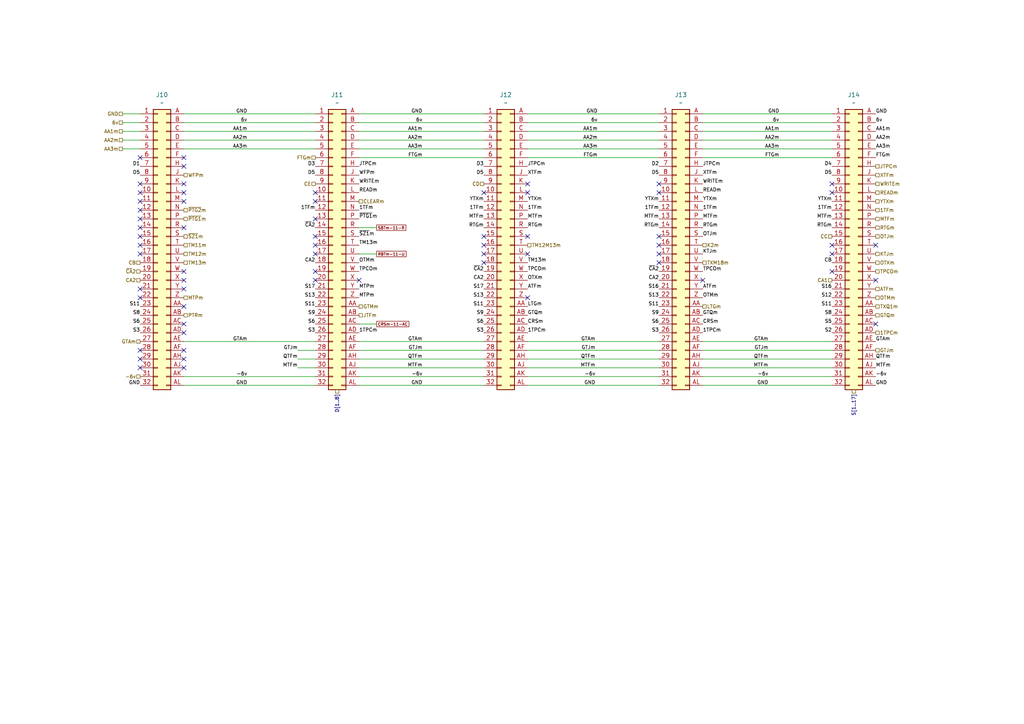
<source format=kicad_sch>
(kicad_sch (version 20211123) (generator eeschema)

  (uuid 1a0b6d64-2825-42cb-862d-718abb28e669)

  (paper "A4")

  (title_block
    (title "Backplane 2")
    (date "2020-07-20")
  )

  (lib_symbols
    (symbol "LSA:Conn_02x32" (pin_names (offset 1.016) hide) (in_bom yes) (on_board yes)
      (property "Reference" "J" (id 0) (at 1.27 40.64 0)
        (effects (font (size 1.27 1.27)))
      )
      (property "Value" "Conn_02x32" (id 1) (at 1.27 -43.18 0)
        (effects (font (size 1.27 1.27)))
      )
      (property "Footprint" "" (id 2) (at 0 0 0)
        (effects (font (size 1.27 1.27)) hide)
      )
      (property "Datasheet" "" (id 3) (at 0 0 0)
        (effects (font (size 1.27 1.27)) hide)
      )
      (property "ki_fp_filters" "Connector*:*_2x??_*" (id 4) (at 0 0 0)
        (effects (font (size 1.27 1.27)) hide)
      )
      (symbol "Conn_02x32_1_1"
        (rectangle (start -1.27 -40.513) (end 0 -40.767)
          (stroke (width 0.1524) (type default) (color 0 0 0 0))
          (fill (type none))
        )
        (rectangle (start -1.27 -37.973) (end 0 -38.227)
          (stroke (width 0.1524) (type default) (color 0 0 0 0))
          (fill (type none))
        )
        (rectangle (start -1.27 -35.433) (end 0 -35.687)
          (stroke (width 0.1524) (type default) (color 0 0 0 0))
          (fill (type none))
        )
        (rectangle (start -1.27 -32.893) (end 0 -33.147)
          (stroke (width 0.1524) (type default) (color 0 0 0 0))
          (fill (type none))
        )
        (rectangle (start -1.27 -30.353) (end 0 -30.607)
          (stroke (width 0.1524) (type default) (color 0 0 0 0))
          (fill (type none))
        )
        (rectangle (start -1.27 -27.813) (end 0 -28.067)
          (stroke (width 0.1524) (type default) (color 0 0 0 0))
          (fill (type none))
        )
        (rectangle (start -1.27 -25.273) (end 0 -25.527)
          (stroke (width 0.1524) (type default) (color 0 0 0 0))
          (fill (type none))
        )
        (rectangle (start -1.27 -22.733) (end 0 -22.987)
          (stroke (width 0.1524) (type default) (color 0 0 0 0))
          (fill (type none))
        )
        (rectangle (start -1.27 -20.193) (end 0 -20.447)
          (stroke (width 0.1524) (type default) (color 0 0 0 0))
          (fill (type none))
        )
        (rectangle (start -1.27 -17.653) (end 0 -17.907)
          (stroke (width 0.1524) (type default) (color 0 0 0 0))
          (fill (type none))
        )
        (rectangle (start -1.27 -15.113) (end 0 -15.367)
          (stroke (width 0.1524) (type default) (color 0 0 0 0))
          (fill (type none))
        )
        (rectangle (start -1.27 -12.573) (end 0 -12.827)
          (stroke (width 0.1524) (type default) (color 0 0 0 0))
          (fill (type none))
        )
        (rectangle (start -1.27 -10.033) (end 0 -10.287)
          (stroke (width 0.1524) (type default) (color 0 0 0 0))
          (fill (type none))
        )
        (rectangle (start -1.27 -7.493) (end 0 -7.747)
          (stroke (width 0.1524) (type default) (color 0 0 0 0))
          (fill (type none))
        )
        (rectangle (start -1.27 -4.953) (end 0 -5.207)
          (stroke (width 0.1524) (type default) (color 0 0 0 0))
          (fill (type none))
        )
        (rectangle (start -1.27 -2.413) (end 0 -2.667)
          (stroke (width 0.1524) (type default) (color 0 0 0 0))
          (fill (type none))
        )
        (rectangle (start -1.27 0.127) (end 0 -0.127)
          (stroke (width 0.1524) (type default) (color 0 0 0 0))
          (fill (type none))
        )
        (rectangle (start -1.27 2.667) (end 0 2.413)
          (stroke (width 0.1524) (type default) (color 0 0 0 0))
          (fill (type none))
        )
        (rectangle (start -1.27 5.207) (end 0 4.953)
          (stroke (width 0.1524) (type default) (color 0 0 0 0))
          (fill (type none))
        )
        (rectangle (start -1.27 7.747) (end 0 7.493)
          (stroke (width 0.1524) (type default) (color 0 0 0 0))
          (fill (type none))
        )
        (rectangle (start -1.27 10.287) (end 0 10.033)
          (stroke (width 0.1524) (type default) (color 0 0 0 0))
          (fill (type none))
        )
        (rectangle (start -1.27 12.827) (end 0 12.573)
          (stroke (width 0.1524) (type default) (color 0 0 0 0))
          (fill (type none))
        )
        (rectangle (start -1.27 15.367) (end 0 15.113)
          (stroke (width 0.1524) (type default) (color 0 0 0 0))
          (fill (type none))
        )
        (rectangle (start -1.27 17.907) (end 0 17.653)
          (stroke (width 0.1524) (type default) (color 0 0 0 0))
          (fill (type none))
        )
        (rectangle (start -1.27 20.447) (end 0 20.193)
          (stroke (width 0.1524) (type default) (color 0 0 0 0))
          (fill (type none))
        )
        (rectangle (start -1.27 22.987) (end 0 22.733)
          (stroke (width 0.1524) (type default) (color 0 0 0 0))
          (fill (type none))
        )
        (rectangle (start -1.27 25.527) (end 0 25.273)
          (stroke (width 0.1524) (type default) (color 0 0 0 0))
          (fill (type none))
        )
        (rectangle (start -1.27 28.067) (end 0 27.813)
          (stroke (width 0.1524) (type default) (color 0 0 0 0))
          (fill (type none))
        )
        (rectangle (start -1.27 30.607) (end 0 30.353)
          (stroke (width 0.1524) (type default) (color 0 0 0 0))
          (fill (type none))
        )
        (rectangle (start -1.27 33.147) (end 0 32.893)
          (stroke (width 0.1524) (type default) (color 0 0 0 0))
          (fill (type none))
        )
        (rectangle (start -1.27 35.687) (end 0 35.433)
          (stroke (width 0.1524) (type default) (color 0 0 0 0))
          (fill (type none))
        )
        (rectangle (start -1.27 38.227) (end 0 37.973)
          (stroke (width 0.1524) (type default) (color 0 0 0 0))
          (fill (type none))
        )
        (rectangle (start -1.27 39.37) (end 3.81 -41.91)
          (stroke (width 0.254) (type default) (color 0 0 0 0))
          (fill (type background))
        )
        (rectangle (start 3.81 -40.513) (end 2.54 -40.767)
          (stroke (width 0.1524) (type default) (color 0 0 0 0))
          (fill (type none))
        )
        (rectangle (start 3.81 -37.973) (end 2.54 -38.227)
          (stroke (width 0.1524) (type default) (color 0 0 0 0))
          (fill (type none))
        )
        (rectangle (start 3.81 -35.433) (end 2.54 -35.687)
          (stroke (width 0.1524) (type default) (color 0 0 0 0))
          (fill (type none))
        )
        (rectangle (start 3.81 -32.893) (end 2.54 -33.147)
          (stroke (width 0.1524) (type default) (color 0 0 0 0))
          (fill (type none))
        )
        (rectangle (start 3.81 -30.353) (end 2.54 -30.607)
          (stroke (width 0.1524) (type default) (color 0 0 0 0))
          (fill (type none))
        )
        (rectangle (start 3.81 -27.813) (end 2.54 -28.067)
          (stroke (width 0.1524) (type default) (color 0 0 0 0))
          (fill (type none))
        )
        (rectangle (start 3.81 -25.273) (end 2.54 -25.527)
          (stroke (width 0.1524) (type default) (color 0 0 0 0))
          (fill (type none))
        )
        (rectangle (start 3.81 -22.733) (end 2.54 -22.987)
          (stroke (width 0.1524) (type default) (color 0 0 0 0))
          (fill (type none))
        )
        (rectangle (start 3.81 -20.193) (end 2.54 -20.447)
          (stroke (width 0.1524) (type default) (color 0 0 0 0))
          (fill (type none))
        )
        (rectangle (start 3.81 -17.653) (end 2.54 -17.907)
          (stroke (width 0.1524) (type default) (color 0 0 0 0))
          (fill (type none))
        )
        (rectangle (start 3.81 -15.113) (end 2.54 -15.367)
          (stroke (width 0.1524) (type default) (color 0 0 0 0))
          (fill (type none))
        )
        (rectangle (start 3.81 -12.573) (end 2.54 -12.827)
          (stroke (width 0.1524) (type default) (color 0 0 0 0))
          (fill (type none))
        )
        (rectangle (start 3.81 -10.033) (end 2.54 -10.287)
          (stroke (width 0.1524) (type default) (color 0 0 0 0))
          (fill (type none))
        )
        (rectangle (start 3.81 -7.493) (end 2.54 -7.747)
          (stroke (width 0.1524) (type default) (color 0 0 0 0))
          (fill (type none))
        )
        (rectangle (start 3.81 -4.953) (end 2.54 -5.207)
          (stroke (width 0.1524) (type default) (color 0 0 0 0))
          (fill (type none))
        )
        (rectangle (start 3.81 -2.413) (end 2.54 -2.667)
          (stroke (width 0.1524) (type default) (color 0 0 0 0))
          (fill (type none))
        )
        (rectangle (start 3.81 0.127) (end 2.54 -0.127)
          (stroke (width 0.1524) (type default) (color 0 0 0 0))
          (fill (type none))
        )
        (rectangle (start 3.81 2.667) (end 2.54 2.413)
          (stroke (width 0.1524) (type default) (color 0 0 0 0))
          (fill (type none))
        )
        (rectangle (start 3.81 5.207) (end 2.54 4.953)
          (stroke (width 0.1524) (type default) (color 0 0 0 0))
          (fill (type none))
        )
        (rectangle (start 3.81 7.747) (end 2.54 7.493)
          (stroke (width 0.1524) (type default) (color 0 0 0 0))
          (fill (type none))
        )
        (rectangle (start 3.81 10.287) (end 2.54 10.033)
          (stroke (width 0.1524) (type default) (color 0 0 0 0))
          (fill (type none))
        )
        (rectangle (start 3.81 12.827) (end 2.54 12.573)
          (stroke (width 0.1524) (type default) (color 0 0 0 0))
          (fill (type none))
        )
        (rectangle (start 3.81 15.367) (end 2.54 15.113)
          (stroke (width 0.1524) (type default) (color 0 0 0 0))
          (fill (type none))
        )
        (rectangle (start 3.81 17.907) (end 2.54 17.653)
          (stroke (width 0.1524) (type default) (color 0 0 0 0))
          (fill (type none))
        )
        (rectangle (start 3.81 20.447) (end 2.54 20.193)
          (stroke (width 0.1524) (type default) (color 0 0 0 0))
          (fill (type none))
        )
        (rectangle (start 3.81 22.987) (end 2.54 22.733)
          (stroke (width 0.1524) (type default) (color 0 0 0 0))
          (fill (type none))
        )
        (rectangle (start 3.81 25.527) (end 2.54 25.273)
          (stroke (width 0.1524) (type default) (color 0 0 0 0))
          (fill (type none))
        )
        (rectangle (start 3.81 28.067) (end 2.54 27.813)
          (stroke (width 0.1524) (type default) (color 0 0 0 0))
          (fill (type none))
        )
        (rectangle (start 3.81 30.607) (end 2.54 30.353)
          (stroke (width 0.1524) (type default) (color 0 0 0 0))
          (fill (type none))
        )
        (rectangle (start 3.81 33.147) (end 2.54 32.893)
          (stroke (width 0.1524) (type default) (color 0 0 0 0))
          (fill (type none))
        )
        (rectangle (start 3.81 35.687) (end 2.54 35.433)
          (stroke (width 0.1524) (type default) (color 0 0 0 0))
          (fill (type none))
        )
        (rectangle (start 3.81 38.227) (end 2.54 37.973)
          (stroke (width 0.1524) (type default) (color 0 0 0 0))
          (fill (type none))
        )
        (pin passive line (at -5.08 38.1 0) (length 3.81)
          (name "Pin_1" (effects (font (size 1.27 1.27))))
          (number "1" (effects (font (size 1.27 1.27))))
        )
        (pin passive line (at -5.08 15.24 0) (length 3.81)
          (name "Pin_10" (effects (font (size 1.27 1.27))))
          (number "10" (effects (font (size 1.27 1.27))))
        )
        (pin passive line (at -5.08 12.7 0) (length 3.81)
          (name "Pin_11" (effects (font (size 1.27 1.27))))
          (number "11" (effects (font (size 1.27 1.27))))
        )
        (pin passive line (at -5.08 10.16 0) (length 3.81)
          (name "Pin_12" (effects (font (size 1.27 1.27))))
          (number "12" (effects (font (size 1.27 1.27))))
        )
        (pin passive line (at -5.08 7.62 0) (length 3.81)
          (name "Pin_13" (effects (font (size 1.27 1.27))))
          (number "13" (effects (font (size 1.27 1.27))))
        )
        (pin passive line (at -5.08 5.08 0) (length 3.81)
          (name "Pin_14" (effects (font (size 1.27 1.27))))
          (number "14" (effects (font (size 1.27 1.27))))
        )
        (pin passive line (at -5.08 2.54 0) (length 3.81)
          (name "Pin_15" (effects (font (size 1.27 1.27))))
          (number "15" (effects (font (size 1.27 1.27))))
        )
        (pin passive line (at -5.08 0 0) (length 3.81)
          (name "Pin_16" (effects (font (size 1.27 1.27))))
          (number "16" (effects (font (size 1.27 1.27))))
        )
        (pin passive line (at -5.08 -2.54 0) (length 3.81)
          (name "Pin_17" (effects (font (size 1.27 1.27))))
          (number "17" (effects (font (size 1.27 1.27))))
        )
        (pin passive line (at -5.08 -5.08 0) (length 3.81)
          (name "Pin_18" (effects (font (size 1.27 1.27))))
          (number "18" (effects (font (size 1.27 1.27))))
        )
        (pin passive line (at -5.08 -7.62 0) (length 3.81)
          (name "Pin_19" (effects (font (size 1.27 1.27))))
          (number "19" (effects (font (size 1.27 1.27))))
        )
        (pin passive line (at -5.08 35.56 0) (length 3.81)
          (name "Pin_2" (effects (font (size 1.27 1.27))))
          (number "2" (effects (font (size 1.27 1.27))))
        )
        (pin passive line (at -5.08 -10.16 0) (length 3.81)
          (name "Pin_20" (effects (font (size 1.27 1.27))))
          (number "20" (effects (font (size 1.27 1.27))))
        )
        (pin passive line (at -5.08 -12.7 0) (length 3.81)
          (name "Pin_21" (effects (font (size 1.27 1.27))))
          (number "21" (effects (font (size 1.27 1.27))))
        )
        (pin passive line (at -5.08 -15.24 0) (length 3.81)
          (name "Pin_22" (effects (font (size 1.27 1.27))))
          (number "22" (effects (font (size 1.27 1.27))))
        )
        (pin passive line (at -5.08 -17.78 0) (length 3.81)
          (name "Pin_23" (effects (font (size 1.27 1.27))))
          (number "23" (effects (font (size 1.27 1.27))))
        )
        (pin passive line (at -5.08 -20.32 0) (length 3.81)
          (name "Pin_24" (effects (font (size 1.27 1.27))))
          (number "24" (effects (font (size 1.27 1.27))))
        )
        (pin passive line (at -5.08 -22.86 0) (length 3.81)
          (name "Pin_25" (effects (font (size 1.27 1.27))))
          (number "25" (effects (font (size 1.27 1.27))))
        )
        (pin passive line (at -5.08 -25.4 0) (length 3.81)
          (name "Pin_26" (effects (font (size 1.27 1.27))))
          (number "26" (effects (font (size 1.27 1.27))))
        )
        (pin passive line (at -5.08 -27.94 0) (length 3.81)
          (name "Pin_27" (effects (font (size 1.27 1.27))))
          (number "27" (effects (font (size 1.27 1.27))))
        )
        (pin passive line (at -5.08 -30.48 0) (length 3.81)
          (name "Pin_28" (effects (font (size 1.27 1.27))))
          (number "28" (effects (font (size 1.27 1.27))))
        )
        (pin passive line (at -5.08 -33.02 0) (length 3.81)
          (name "Pin_29" (effects (font (size 1.27 1.27))))
          (number "29" (effects (font (size 1.27 1.27))))
        )
        (pin passive line (at -5.08 33.02 0) (length 3.81)
          (name "Pin_3" (effects (font (size 1.27 1.27))))
          (number "3" (effects (font (size 1.27 1.27))))
        )
        (pin passive line (at -5.08 -35.56 0) (length 3.81)
          (name "Pin_30" (effects (font (size 1.27 1.27))))
          (number "30" (effects (font (size 1.27 1.27))))
        )
        (pin passive line (at -5.08 -38.1 0) (length 3.81)
          (name "Pin_31" (effects (font (size 1.27 1.27))))
          (number "31" (effects (font (size 1.27 1.27))))
        )
        (pin passive line (at -5.08 -40.64 0) (length 3.81)
          (name "Pin_32" (effects (font (size 1.27 1.27))))
          (number "32" (effects (font (size 1.27 1.27))))
        )
        (pin passive line (at -5.08 30.48 0) (length 3.81)
          (name "Pin_4" (effects (font (size 1.27 1.27))))
          (number "4" (effects (font (size 1.27 1.27))))
        )
        (pin passive line (at -5.08 27.94 0) (length 3.81)
          (name "Pin_5" (effects (font (size 1.27 1.27))))
          (number "5" (effects (font (size 1.27 1.27))))
        )
        (pin passive line (at -5.08 25.4 0) (length 3.81)
          (name "Pin_6" (effects (font (size 1.27 1.27))))
          (number "6" (effects (font (size 1.27 1.27))))
        )
        (pin passive line (at -5.08 22.86 0) (length 3.81)
          (name "Pin_7" (effects (font (size 1.27 1.27))))
          (number "7" (effects (font (size 1.27 1.27))))
        )
        (pin passive line (at -5.08 20.32 0) (length 3.81)
          (name "Pin_8" (effects (font (size 1.27 1.27))))
          (number "8" (effects (font (size 1.27 1.27))))
        )
        (pin passive line (at -5.08 17.78 0) (length 3.81)
          (name "Pin_9" (effects (font (size 1.27 1.27))))
          (number "9" (effects (font (size 1.27 1.27))))
        )
        (pin passive line (at 7.62 38.1 180) (length 3.81)
          (name "Pin_A" (effects (font (size 1.27 1.27))))
          (number "A" (effects (font (size 1.27 1.27))))
        )
        (pin passive line (at 7.62 -17.78 180) (length 3.81)
          (name "Pin_AA" (effects (font (size 1.27 1.27))))
          (number "AA" (effects (font (size 1.27 1.27))))
        )
        (pin passive line (at 7.62 -20.32 180) (length 3.81)
          (name "Pin_AB" (effects (font (size 1.27 1.27))))
          (number "AB" (effects (font (size 1.27 1.27))))
        )
        (pin passive line (at 7.62 -22.86 180) (length 3.81)
          (name "Pin_AC" (effects (font (size 1.27 1.27))))
          (number "AC" (effects (font (size 1.27 1.27))))
        )
        (pin passive line (at 7.62 -25.4 180) (length 3.81)
          (name "Pin_AD" (effects (font (size 1.27 1.27))))
          (number "AD" (effects (font (size 1.27 1.27))))
        )
        (pin passive line (at 7.62 -27.94 180) (length 3.81)
          (name "Pin_AE" (effects (font (size 1.27 1.27))))
          (number "AE" (effects (font (size 1.27 1.27))))
        )
        (pin passive line (at 7.62 -30.48 180) (length 3.81)
          (name "Pin_AF" (effects (font (size 1.27 1.27))))
          (number "AF" (effects (font (size 1.27 1.27))))
        )
        (pin passive line (at 7.62 -33.02 180) (length 3.81)
          (name "Pin_AH" (effects (font (size 1.27 1.27))))
          (number "AH" (effects (font (size 1.27 1.27))))
        )
        (pin passive line (at 7.62 -35.56 180) (length 3.81)
          (name "Pin_AJ" (effects (font (size 1.27 1.27))))
          (number "AJ" (effects (font (size 1.27 1.27))))
        )
        (pin passive line (at 7.62 -38.1 180) (length 3.81)
          (name "Pin_AK" (effects (font (size 1.27 1.27))))
          (number "AK" (effects (font (size 1.27 1.27))))
        )
        (pin passive line (at 7.62 -40.64 180) (length 3.81)
          (name "Pin_AL" (effects (font (size 1.27 1.27))))
          (number "AL" (effects (font (size 1.27 1.27))))
        )
        (pin passive line (at 7.62 35.56 180) (length 3.81)
          (name "Pin_B" (effects (font (size 1.27 1.27))))
          (number "B" (effects (font (size 1.27 1.27))))
        )
        (pin passive line (at 7.62 33.02 180) (length 3.81)
          (name "Pin_C" (effects (font (size 1.27 1.27))))
          (number "C" (effects (font (size 1.27 1.27))))
        )
        (pin passive line (at 7.62 30.48 180) (length 3.81)
          (name "Pin_D" (effects (font (size 1.27 1.27))))
          (number "D" (effects (font (size 1.27 1.27))))
        )
        (pin passive line (at 7.62 27.94 180) (length 3.81)
          (name "Pin_E" (effects (font (size 1.27 1.27))))
          (number "E" (effects (font (size 1.27 1.27))))
        )
        (pin passive line (at 7.62 25.4 180) (length 3.81)
          (name "Pin_F" (effects (font (size 1.27 1.27))))
          (number "F" (effects (font (size 1.27 1.27))))
        )
        (pin passive line (at 7.62 22.86 180) (length 3.81)
          (name "Pin_H" (effects (font (size 1.27 1.27))))
          (number "H" (effects (font (size 1.27 1.27))))
        )
        (pin passive line (at 7.62 20.32 180) (length 3.81)
          (name "Pin_J" (effects (font (size 1.27 1.27))))
          (number "J" (effects (font (size 1.27 1.27))))
        )
        (pin passive line (at 7.62 17.78 180) (length 3.81)
          (name "Pin_K" (effects (font (size 1.27 1.27))))
          (number "K" (effects (font (size 1.27 1.27))))
        )
        (pin passive line (at 7.62 15.24 180) (length 3.81)
          (name "Pin_L" (effects (font (size 1.27 1.27))))
          (number "L" (effects (font (size 1.27 1.27))))
        )
        (pin passive line (at 7.62 12.7 180) (length 3.81)
          (name "Pin_M" (effects (font (size 1.27 1.27))))
          (number "M" (effects (font (size 1.27 1.27))))
        )
        (pin passive line (at 7.62 10.16 180) (length 3.81)
          (name "Pin_N" (effects (font (size 1.27 1.27))))
          (number "N" (effects (font (size 1.27 1.27))))
        )
        (pin passive line (at 7.62 7.62 180) (length 3.81)
          (name "Pin_P" (effects (font (size 1.27 1.27))))
          (number "P" (effects (font (size 1.27 1.27))))
        )
        (pin passive line (at 7.62 5.08 180) (length 3.81)
          (name "Pin_R" (effects (font (size 1.27 1.27))))
          (number "R" (effects (font (size 1.27 1.27))))
        )
        (pin passive line (at 7.62 2.54 180) (length 3.81)
          (name "Pin_S" (effects (font (size 1.27 1.27))))
          (number "S" (effects (font (size 1.27 1.27))))
        )
        (pin passive line (at 7.62 0 180) (length 3.81)
          (name "Pin_T" (effects (font (size 1.27 1.27))))
          (number "T" (effects (font (size 1.27 1.27))))
        )
        (pin passive line (at 7.62 -2.54 180) (length 3.81)
          (name "Pin_U" (effects (font (size 1.27 1.27))))
          (number "U" (effects (font (size 1.27 1.27))))
        )
        (pin passive line (at 7.62 -5.08 180) (length 3.81)
          (name "Pin_V" (effects (font (size 1.27 1.27))))
          (number "V" (effects (font (size 1.27 1.27))))
        )
        (pin passive line (at 7.62 -7.62 180) (length 3.81)
          (name "Pin_W" (effects (font (size 1.27 1.27))))
          (number "W" (effects (font (size 1.27 1.27))))
        )
        (pin passive line (at 7.62 -10.16 180) (length 3.81)
          (name "Pin_X" (effects (font (size 1.27 1.27))))
          (number "X" (effects (font (size 1.27 1.27))))
        )
        (pin passive line (at 7.62 -12.7 180) (length 3.81)
          (name "Pin_Y" (effects (font (size 1.27 1.27))))
          (number "Y" (effects (font (size 1.27 1.27))))
        )
        (pin passive line (at 7.62 -15.24 180) (length 3.81)
          (name "Pin_Z" (effects (font (size 1.27 1.27))))
          (number "Z" (effects (font (size 1.27 1.27))))
        )
      )
    )
  )


  (no_connect (at 53.34 55.88) (uuid 08088908-96a5-462f-b2d5-c9d9ffbb7a9e))
  (no_connect (at 91.44 63.5) (uuid 084d6c0b-eadf-4021-af50-89364c0f97e5))
  (no_connect (at 254 81.28) (uuid 191b2c0f-2226-468f-8821-e5758a7ba395))
  (no_connect (at 53.34 66.04) (uuid 1de11cd7-18f4-471b-bf23-f752d1bb2f48))
  (no_connect (at 53.34 101.6) (uuid 1f011a39-c1bf-4dd8-b851-53420d536f4f))
  (no_connect (at 40.64 55.88) (uuid 21f08cfb-f985-45b2-9a31-e904596e83ff))
  (no_connect (at 53.34 83.82) (uuid 24c6e750-1a4e-4b7a-b41c-70d9f8d1f7e0))
  (no_connect (at 140.335 71.12) (uuid 24e6aade-69cc-4324-beb6-b0f7ab50911b))
  (no_connect (at 153.035 55.88) (uuid 261f9451-7af3-4bb9-b50c-742d7587738c))
  (no_connect (at 40.64 60.96) (uuid 27811f73-39a1-4fc6-b03b-a36987c86ad8))
  (no_connect (at 153.035 73.66) (uuid 2a624c05-de40-4111-a207-539c17429a03))
  (no_connect (at 91.44 55.88) (uuid 2dbf9c10-7ba8-4948-936e-c32f48cf3b5b))
  (no_connect (at 40.64 73.66) (uuid 352f5f7c-a8d4-4796-90f2-d1764a14a58d))
  (no_connect (at 140.335 68.58) (uuid 35773bfd-c4c6-4dc3-b90d-d1544463af35))
  (no_connect (at 53.34 106.68) (uuid 474745ee-a768-4ec9-bd1e-06b72c7665c5))
  (no_connect (at 53.34 78.74) (uuid 52382e16-28c5-4729-b7d6-832e772e407f))
  (no_connect (at 40.64 101.6) (uuid 566e1299-bcf5-4953-b5c7-f81e953844bc))
  (no_connect (at 40.64 71.12) (uuid 56d28c84-5f54-43f2-a5d5-d2142a2c1c7a))
  (no_connect (at 40.64 53.34) (uuid 5f82f8b4-e340-4527-a385-b74adfe0d25f))
  (no_connect (at 191.135 55.88) (uuid 5fa504d7-918b-49aa-8185-ffeadf016bf7))
  (no_connect (at 241.3 73.66) (uuid 602e3b58-c154-4023-8dfb-bc35b15f6fb0))
  (no_connect (at 203.835 81.28) (uuid 65cc3900-29ac-4d54-8a64-6663a5b33e64))
  (no_connect (at 40.64 106.68) (uuid 67ca03ac-e538-4066-aa55-1e6156f5af52))
  (no_connect (at 191.135 53.34) (uuid 706f23c0-96b5-4641-8bb2-3b773bcb23af))
  (no_connect (at 53.34 93.98) (uuid 7519f476-2f07-4a1c-b236-ab907532a62a))
  (no_connect (at 53.34 81.28) (uuid 765c9a50-4394-482f-9b41-0fc7faf85f8c))
  (no_connect (at 241.3 55.88) (uuid 76988a80-1818-416a-a157-8a5c69642ff5))
  (no_connect (at 254 71.12) (uuid 76a57ad7-32bf-4dd1-94ba-22905e5f04a9))
  (no_connect (at 153.035 68.58) (uuid 7ff22b10-104a-4edf-a5c6-7626b25c18e2))
  (no_connect (at 254 93.98) (uuid 845ad0c5-1a31-4c2e-8cc3-7eac27a798c4))
  (no_connect (at 91.44 73.66) (uuid 85957550-4ed7-4ad8-8eda-c3fc904c858a))
  (no_connect (at 91.44 78.74) (uuid 88cf5e03-2966-4dea-8004-a3d420159fec))
  (no_connect (at 53.34 45.72) (uuid 8a2c5b8f-137b-43c6-bb34-bd183e7b358d))
  (no_connect (at 153.035 53.34) (uuid 8ebd26f0-7ffb-4909-9f1c-88ef2bc68a8f))
  (no_connect (at 40.64 104.14) (uuid 8f3218c4-8481-4fc6-b0ae-27c8f5a7a9da))
  (no_connect (at 91.44 81.28) (uuid 93486acf-f908-47f7-ab22-245ef676ed03))
  (no_connect (at 104.14 81.28) (uuid 96c69ee9-bbb6-4161-b225-57a94f2e39d7))
  (no_connect (at 40.64 66.04) (uuid 9be7dbbc-9108-42b1-927e-b41e96c61625))
  (no_connect (at 241.3 71.12) (uuid a0d58274-d17a-4a10-97af-fa8016b028aa))
  (no_connect (at 140.335 76.2) (uuid a31484b5-7033-4b0d-9a4d-07813cc30db1))
  (no_connect (at 40.64 86.36) (uuid a96f9b9b-9926-42c1-9995-6967361c377d))
  (no_connect (at 191.135 68.58) (uuid a9e22c95-eaf6-4d48-80ca-3818243b1da9))
  (no_connect (at 53.34 96.52) (uuid ad951451-97b3-47e5-bc59-f6c562c165dd))
  (no_connect (at 40.64 83.82) (uuid b5272afe-7671-4ada-9595-93f1d3ffbd32))
  (no_connect (at 241.3 53.34) (uuid b6baf996-3d59-4574-b4f4-6c1d77188c93))
  (no_connect (at 91.44 58.42) (uuid b7163822-11d6-475c-8512-30965e38265a))
  (no_connect (at 53.34 58.42) (uuid b94aa3bf-2fc1-4f75-bce9-912289092b65))
  (no_connect (at 191.135 71.12) (uuid ba6fbbfb-2d01-4bb7-973d-f9e1df5e14a9))
  (no_connect (at 191.135 73.66) (uuid bb7a833e-dfeb-4e24-9078-aaeef60e210a))
  (no_connect (at 191.135 76.2) (uuid c3b10991-c1b3-4401-9aa2-bffac0ce876e))
  (no_connect (at 91.44 68.58) (uuid c5feb5f2-5e7e-466b-aaa6-907ebecbf61e))
  (no_connect (at 53.34 104.14) (uuid caceffc1-f20c-42f3-89e3-1bcf0e1f9e3a))
  (no_connect (at 40.64 63.5) (uuid cb88968b-f419-48c7-9184-4b26ed9d7d89))
  (no_connect (at 53.34 88.9) (uuid cbc686c4-ba22-41d2-ac5b-b6d756681f70))
  (no_connect (at 140.335 73.66) (uuid d0ced143-e3cc-4525-8602-758952acb4e8))
  (no_connect (at 241.3 78.74) (uuid d0d335bb-ffab-4126-bce1-dd1d6d16588c))
  (no_connect (at 53.34 53.34) (uuid d593a528-38bd-4232-9ff5-df8fdc418f23))
  (no_connect (at 40.64 68.58) (uuid d99594bc-db83-40c9-8924-f1edeaec7c41))
  (no_connect (at 40.64 58.42) (uuid db64aa39-6e86-4d77-984c-992de80239ba))
  (no_connect (at 140.335 55.88) (uuid de7f0f2b-3572-4262-ad62-b370c686cfab))
  (no_connect (at 153.035 86.36) (uuid e435e710-82f7-4d0f-b886-334e2989415d))
  (no_connect (at 40.64 45.72) (uuid e61120ad-1611-4d53-8bc3-c22c04871b68))
  (no_connect (at 91.44 71.12) (uuid e6dd3270-69d6-474d-bb6d-a03b9ca85a6a))
  (no_connect (at 53.34 48.26) (uuid ead1693c-8898-4412-a407-a8737e229243))

  (wire (pts (xy 203.835 35.56) (xy 241.3 35.56))
    (stroke (width 0) (type default) (color 0 0 0 0))
    (uuid 116505cb-2178-4c86-ae56-a498fd18eb7f)
  )
  (wire (pts (xy 203.835 45.72) (xy 241.3 45.72))
    (stroke (width 0) (type default) (color 0 0 0 0))
    (uuid 13490da2-6125-4a6a-8422-fd3c88b84659)
  )
  (wire (pts (xy 153.035 35.56) (xy 191.135 35.56))
    (stroke (width 0) (type default) (color 0 0 0 0))
    (uuid 161ea581-00c6-4504-9a24-5263fd71721a)
  )
  (wire (pts (xy 53.34 33.02) (xy 91.44 33.02))
    (stroke (width 0) (type default) (color 0 0 0 0))
    (uuid 1749d2f4-e773-49f7-8f87-8abb737002ab)
  )
  (wire (pts (xy 153.035 101.6) (xy 191.135 101.6))
    (stroke (width 0) (type default) (color 0 0 0 0))
    (uuid 1a1a62c9-fd7b-4e10-8515-afc13503937b)
  )
  (wire (pts (xy 203.835 101.6) (xy 241.3 101.6))
    (stroke (width 0) (type default) (color 0 0 0 0))
    (uuid 266177c3-b670-41ab-862e-1b35abbc08a1)
  )
  (wire (pts (xy 53.34 40.64) (xy 91.44 40.64))
    (stroke (width 0) (type default) (color 0 0 0 0))
    (uuid 29da477c-f5dd-4302-88ab-d29c8f59e15b)
  )
  (wire (pts (xy 104.14 45.72) (xy 140.335 45.72))
    (stroke (width 0) (type default) (color 0 0 0 0))
    (uuid 2a9cd285-029d-4e95-a6c5-9e1994a86e98)
  )
  (wire (pts (xy 104.14 33.02) (xy 140.335 33.02))
    (stroke (width 0) (type default) (color 0 0 0 0))
    (uuid 2abce0f2-23b8-4c8a-af4c-9f61695aab87)
  )
  (wire (pts (xy 153.035 99.06) (xy 191.135 99.06))
    (stroke (width 0) (type default) (color 0 0 0 0))
    (uuid 3c51bd41-1d0b-44cb-bd4c-227c50ef7ee5)
  )
  (wire (pts (xy 109.22 93.98) (xy 104.14 93.98))
    (stroke (width 0) (type default) (color 0 0 0 0))
    (uuid 4d0d9fc1-25a1-4935-b0d6-94abd7a438aa)
  )
  (wire (pts (xy 104.14 101.6) (xy 140.335 101.6))
    (stroke (width 0) (type default) (color 0 0 0 0))
    (uuid 4e452e1f-b256-4960-96e5-f3d72a30df7d)
  )
  (wire (pts (xy 35.56 38.1) (xy 40.64 38.1))
    (stroke (width 0) (type default) (color 0 0 0 0))
    (uuid 523ca10c-2745-4050-967e-736a5a976248)
  )
  (wire (pts (xy 203.835 38.1) (xy 241.3 38.1))
    (stroke (width 0) (type default) (color 0 0 0 0))
    (uuid 53e0ad66-552e-43d8-875a-735f9ef45379)
  )
  (wire (pts (xy 203.835 33.02) (xy 241.3 33.02))
    (stroke (width 0) (type default) (color 0 0 0 0))
    (uuid 54659f83-2981-44a1-9f43-affa49881718)
  )
  (wire (pts (xy 35.56 43.18) (xy 40.64 43.18))
    (stroke (width 0) (type default) (color 0 0 0 0))
    (uuid 5514e115-1099-4a9e-8403-4e0f9388890e)
  )
  (wire (pts (xy 153.035 111.76) (xy 191.135 111.76))
    (stroke (width 0) (type default) (color 0 0 0 0))
    (uuid 57275349-f29b-4a47-83cc-92920ef88f8f)
  )
  (wire (pts (xy 203.835 43.18) (xy 241.3 43.18))
    (stroke (width 0) (type default) (color 0 0 0 0))
    (uuid 5b1a8939-6ca6-42bb-9c9a-d99a8f5e493e)
  )
  (wire (pts (xy 104.14 35.56) (xy 140.335 35.56))
    (stroke (width 0) (type default) (color 0 0 0 0))
    (uuid 5ff41110-d32c-4f27-8b19-ddbfdf2633d9)
  )
  (wire (pts (xy 203.835 40.64) (xy 241.3 40.64))
    (stroke (width 0) (type default) (color 0 0 0 0))
    (uuid 5fff7da2-25a5-4fb6-9484-8c10a90155eb)
  )
  (wire (pts (xy 104.14 104.14) (xy 140.335 104.14))
    (stroke (width 0) (type default) (color 0 0 0 0))
    (uuid 606fc05b-1582-4916-8b19-fc609e7684db)
  )
  (wire (pts (xy 153.035 106.68) (xy 191.135 106.68))
    (stroke (width 0) (type default) (color 0 0 0 0))
    (uuid 64d68f24-5160-4780-abbe-32f7eab3801e)
  )
  (wire (pts (xy 203.835 111.76) (xy 241.3 111.76))
    (stroke (width 0) (type default) (color 0 0 0 0))
    (uuid 69fe787c-615e-4817-96c9-0ffbd33ab001)
  )
  (wire (pts (xy 153.035 104.14) (xy 191.135 104.14))
    (stroke (width 0) (type default) (color 0 0 0 0))
    (uuid 6c3bbeee-d87f-4278-a522-3449cc66e8bc)
  )
  (wire (pts (xy 53.34 35.56) (xy 91.44 35.56))
    (stroke (width 0) (type default) (color 0 0 0 0))
    (uuid 76d62238-2359-4cdf-abe8-4e10c4a8831f)
  )
  (wire (pts (xy 104.14 109.22) (xy 140.335 109.22))
    (stroke (width 0) (type default) (color 0 0 0 0))
    (uuid 77506ea3-060d-460a-b232-0419931250a1)
  )
  (wire (pts (xy 104.14 99.06) (xy 140.335 99.06))
    (stroke (width 0) (type default) (color 0 0 0 0))
    (uuid 81143f70-fa13-4371-b2aa-4c4807898754)
  )
  (wire (pts (xy 53.34 99.06) (xy 91.44 99.06))
    (stroke (width 0) (type default) (color 0 0 0 0))
    (uuid 81643e7d-cb3d-4889-85ae-eb07fd085864)
  )
  (wire (pts (xy 53.34 38.1) (xy 91.44 38.1))
    (stroke (width 0) (type default) (color 0 0 0 0))
    (uuid 8c30b9c3-c09d-4245-a276-bbbd01dab13b)
  )
  (wire (pts (xy 35.56 33.02) (xy 40.64 33.02))
    (stroke (width 0) (type default) (color 0 0 0 0))
    (uuid 8dfbc1d5-07d6-41a0-b629-9682bd1c505f)
  )
  (wire (pts (xy 109.22 73.66) (xy 104.14 73.66))
    (stroke (width 0) (type default) (color 0 0 0 0))
    (uuid 8edab696-79d7-4b6d-a81e-515f17b59be5)
  )
  (wire (pts (xy 104.14 111.76) (xy 140.335 111.76))
    (stroke (width 0) (type default) (color 0 0 0 0))
    (uuid 927269ae-b5b8-42b2-b45e-473ff28265ea)
  )
  (wire (pts (xy 53.34 109.22) (xy 91.44 109.22))
    (stroke (width 0) (type default) (color 0 0 0 0))
    (uuid 98becb47-2133-4374-8927-8ce6af76eb50)
  )
  (wire (pts (xy 53.34 111.76) (xy 91.44 111.76))
    (stroke (width 0) (type default) (color 0 0 0 0))
    (uuid 98f06862-b289-4e9f-a717-482f8164e378)
  )
  (wire (pts (xy 153.035 40.64) (xy 191.135 40.64))
    (stroke (width 0) (type default) (color 0 0 0 0))
    (uuid 9907b549-2630-42be-995c-c6d44c86cc41)
  )
  (wire (pts (xy 153.035 33.02) (xy 191.135 33.02))
    (stroke (width 0) (type default) (color 0 0 0 0))
    (uuid a324c6a9-d8d4-435c-b369-40760e27e65f)
  )
  (wire (pts (xy 104.14 43.18) (xy 140.335 43.18))
    (stroke (width 0) (type default) (color 0 0 0 0))
    (uuid a6828504-50f0-419a-a33e-24250e8107fd)
  )
  (wire (pts (xy 104.14 40.64) (xy 140.335 40.64))
    (stroke (width 0) (type default) (color 0 0 0 0))
    (uuid b2274df3-0364-46aa-ae77-67580c85615e)
  )
  (wire (pts (xy 153.035 43.18) (xy 191.135 43.18))
    (stroke (width 0) (type default) (color 0 0 0 0))
    (uuid b28f28fb-77ba-4320-868e-7dbeb0d1cb64)
  )
  (wire (pts (xy 153.035 45.72) (xy 191.135 45.72))
    (stroke (width 0) (type default) (color 0 0 0 0))
    (uuid b6175f2a-b006-4d50-bf0d-a7c61d12242a)
  )
  (wire (pts (xy 203.835 109.22) (xy 241.3 109.22))
    (stroke (width 0) (type default) (color 0 0 0 0))
    (uuid b756b7f4-248b-41ec-b3e7-ae024b7da8b2)
  )
  (wire (pts (xy 153.035 38.1) (xy 191.135 38.1))
    (stroke (width 0) (type default) (color 0 0 0 0))
    (uuid bc461a84-a261-41dd-836a-61104721a880)
  )
  (wire (pts (xy 40.64 35.56) (xy 35.56 35.56))
    (stroke (width 0) (type default) (color 0 0 0 0))
    (uuid be95b3cc-28fb-47fc-bc22-2b8fc0194a67)
  )
  (wire (pts (xy 203.835 99.06) (xy 241.3 99.06))
    (stroke (width 0) (type default) (color 0 0 0 0))
    (uuid c8422ed0-b9d0-4c32-b74d-48ce8893b333)
  )
  (wire (pts (xy 203.835 106.68) (xy 241.3 106.68))
    (stroke (width 0) (type default) (color 0 0 0 0))
    (uuid cae5d8a3-82ea-4ed3-ad63-f10da95826b6)
  )
  (wire (pts (xy 86.36 101.6) (xy 91.44 101.6))
    (stroke (width 0) (type default) (color 0 0 0 0))
    (uuid d3e8f6b8-f53e-4c6b-8f6b-b8f4c59b0f7b)
  )
  (wire (pts (xy 104.14 106.68) (xy 140.335 106.68))
    (stroke (width 0) (type default) (color 0 0 0 0))
    (uuid dbb29522-0469-4a45-b130-b6d45e0a3e32)
  )
  (wire (pts (xy 91.44 104.14) (xy 86.36 104.14))
    (stroke (width 0) (type default) (color 0 0 0 0))
    (uuid dbcbba5c-bb77-47de-a5f2-d68665324661)
  )
  (wire (pts (xy 40.64 40.64) (xy 35.56 40.64))
    (stroke (width 0) (type default) (color 0 0 0 0))
    (uuid e5fa5918-55bf-47a3-a9f8-49598b2370f9)
  )
  (wire (pts (xy 109.22 66.04) (xy 104.14 66.04))
    (stroke (width 0) (type default) (color 0 0 0 0))
    (uuid e809e1f6-a325-4b47-bd56-9c1eeb14f8ab)
  )
  (wire (pts (xy 153.035 109.22) (xy 191.135 109.22))
    (stroke (width 0) (type default) (color 0 0 0 0))
    (uuid ec6b14f4-fc1b-4f61-99a6-497d72d38ffe)
  )
  (wire (pts (xy 203.835 104.14) (xy 241.3 104.14))
    (stroke (width 0) (type default) (color 0 0 0 0))
    (uuid ef514ca0-0dec-48cc-ba1e-7f6deda43e23)
  )
  (wire (pts (xy 86.36 106.68) (xy 91.44 106.68))
    (stroke (width 0) (type default) (color 0 0 0 0))
    (uuid efeb85d9-fdc5-4537-a67a-3548e6ae0de4)
  )
  (wire (pts (xy 104.14 38.1) (xy 140.335 38.1))
    (stroke (width 0) (type default) (color 0 0 0 0))
    (uuid f593e21c-adb8-4b4b-823f-7c57f4f06861)
  )
  (wire (pts (xy 53.34 43.18) (xy 91.44 43.18))
    (stroke (width 0) (type default) (color 0 0 0 0))
    (uuid f68de3f7-f2af-416b-a5d6-903755e69509)
  )

  (label "GTAm" (at 122.555 99.06 180)
    (effects (font (size 1.016 1.016)) (justify right bottom))
    (uuid 053d16e3-275e-47c4-af63-e7177380b216)
  )
  (label "OTJm" (at 203.835 68.58 0)
    (effects (font (size 1.016 1.016)) (justify left bottom))
    (uuid 0661a6ef-ca74-442d-8ad7-bd82c4c5e604)
  )
  (label "D3" (at 91.44 48.26 180)
    (effects (font (size 1.016 1.016)) (justify right bottom))
    (uuid 0809845d-1385-48c8-ab58-8c04cc7af6e0)
  )
  (label "QTFm" (at 172.72 104.14 180)
    (effects (font (size 1.016 1.016)) (justify right bottom))
    (uuid 08c604cc-1cb0-4e0f-b724-db013508128f)
  )
  (label "AA3m" (at 122.555 43.18 180)
    (effects (font (size 1.016 1.016)) (justify right bottom))
    (uuid 093d44ca-9746-4443-ba98-c7c9fb1eb9a6)
  )
  (label "S16" (at 241.3 83.82 180)
    (effects (font (size 1.016 1.016)) (justify right bottom))
    (uuid 0bb0b779-6959-4aeb-80bc-621c913d89ef)
  )
  (label "-6v" (at 222.885 109.22 180)
    (effects (font (size 1.016 1.016)) (justify right bottom))
    (uuid 0d3a4fa4-acc3-46da-8f02-8c7d4ea2df75)
  )
  (label "MTFm" (at 191.135 63.5 180)
    (effects (font (size 1.016 1.016)) (justify right bottom))
    (uuid 0f52c0cc-f240-4ea4-94ce-a513b652c71f)
  )
  (label "1TFm" (at 91.44 60.96 180)
    (effects (font (size 1.016 1.016)) (justify right bottom))
    (uuid 0f9c9ada-da91-436c-9277-7396ec804993)
  )
  (label "S9" (at 191.135 91.44 180)
    (effects (font (size 1.016 1.016)) (justify right bottom))
    (uuid 10ae09a6-5cc0-4f8f-bcd1-98d6c1b20c57)
  )
  (label "1TPCm" (at 203.835 96.52 0)
    (effects (font (size 1.016 1.016)) (justify left bottom))
    (uuid 11e6f326-1e7d-4d4d-a37c-84218991bea7)
  )
  (label "MTFm" (at 222.885 106.68 180)
    (effects (font (size 1.016 1.016)) (justify right bottom))
    (uuid 120acd09-4782-447d-a267-2b5eb19277b7)
  )
  (label "FTGm" (at 226.06 45.72 180)
    (effects (font (size 1.016 1.016)) (justify right bottom))
    (uuid 120dbc97-0faa-448e-8f1e-b2913a27decf)
  )
  (label "RTGm" (at 203.835 66.04 0)
    (effects (font (size 1.016 1.016)) (justify left bottom))
    (uuid 1435e816-ac75-4b52-bd1e-bdbc4a81f104)
  )
  (label "CA2" (at 191.135 81.28 180)
    (effects (font (size 1.016 1.016)) (justify right bottom))
    (uuid 15f537d4-ca46-47ea-91ea-fb4fe645f9aa)
  )
  (label "GND" (at 122.555 111.76 180)
    (effects (font (size 1.016 1.016)) (justify right bottom))
    (uuid 16f5fe87-02bd-424f-b752-a18ec231ed20)
  )
  (label "S13" (at 91.44 86.36 180)
    (effects (font (size 1.016 1.016)) (justify right bottom))
    (uuid 1a7a3d66-5c27-4e06-b6bc-c8dbdcd5c48f)
  )
  (label "FTGm" (at 254 45.72 0)
    (effects (font (size 1.016 1.016)) (justify left bottom))
    (uuid 206055ad-6c22-4e84-9482-b1ca5648a763)
  )
  (label "D5" (at 140.335 50.8 180)
    (effects (font (size 1.016 1.016)) (justify right bottom))
    (uuid 228c9f2e-2058-4f30-bcde-c330543909b4)
  )
  (label "S6" (at 40.64 93.98 180)
    (effects (font (size 1.016 1.016)) (justify right bottom))
    (uuid 2ba9c564-3910-4166-a777-a519a7e0c7b3)
  )
  (label "6v" (at 254 35.56 0)
    (effects (font (size 1.016 1.016)) (justify left bottom))
    (uuid 2bf89e8a-6d39-469c-ada7-037e2d55d506)
  )
  (label "OTMm" (at 203.835 86.36 0)
    (effects (font (size 1.016 1.016)) (justify left bottom))
    (uuid 2e9efbd0-b25e-4c62-a7db-46cfd3fdd72a)
  )
  (label "QTFm" (at 122.555 104.14 180)
    (effects (font (size 1.016 1.016)) (justify right bottom))
    (uuid 30b35500-0f51-4628-b113-bfc2135f3bb7)
  )
  (label "RTGm" (at 191.135 66.04 180)
    (effects (font (size 1.016 1.016)) (justify right bottom))
    (uuid 31a1e86a-08b2-4196-afaa-38bedb2aa8cf)
  )
  (label "MTFm" (at 140.335 63.5 180)
    (effects (font (size 1.016 1.016)) (justify right bottom))
    (uuid 33517444-37b7-4d72-b79c-66806071d257)
  )
  (label "CRSm" (at 153.035 93.98 0)
    (effects (font (size 1.016 1.016)) (justify left bottom))
    (uuid 34611b37-0b14-4429-b543-1b2519b08729)
  )
  (label "GTJm" (at 222.885 101.6 180)
    (effects (font (size 1.016 1.016)) (justify right bottom))
    (uuid 36aa9ea3-8b79-439b-a830-82d42616bbd5)
  )
  (label "6v" (at 122.555 35.56 180)
    (effects (font (size 1.016 1.016)) (justify right bottom))
    (uuid 36d54ecb-8fb5-48ac-9801-201981a91c62)
  )
  (label "1TFm" (at 153.035 60.96 0)
    (effects (font (size 1.016 1.016)) (justify left bottom))
    (uuid 37202b45-434a-4ace-b3ee-1cab37e204ea)
  )
  (label "S3" (at 40.64 96.52 180)
    (effects (font (size 1.016 1.016)) (justify right bottom))
    (uuid 375ceda0-041e-43dd-ae0e-8b47effc0b19)
  )
  (label "1TFm" (at 140.335 60.96 180)
    (effects (font (size 1.016 1.016)) (justify right bottom))
    (uuid 384119e8-7c1f-4ce6-8b22-208bd00945b8)
  )
  (label "S6" (at 91.44 93.98 180)
    (effects (font (size 1.016 1.016)) (justify right bottom))
    (uuid 3a3f6467-14ee-40cc-bb6e-4df5633525b9)
  )
  (label "GTAm" (at 71.755 99.06 180)
    (effects (font (size 1.016 1.016)) (justify right bottom))
    (uuid 3aa4d5dc-48fc-4574-9ff7-3235bd788fa6)
  )
  (label "OTXm" (at 153.035 81.28 0)
    (effects (font (size 1.016 1.016)) (justify left bottom))
    (uuid 3b26a1ce-e9c3-4675-8564-cfc47e13b46a)
  )
  (label "XTFm" (at 203.835 50.8 0)
    (effects (font (size 1.016 1.016)) (justify left bottom))
    (uuid 3bbc0940-2316-4529-9ad6-4a3f33f0fe1b)
  )
  (label "MTFm" (at 203.835 63.5 0)
    (effects (font (size 1.016 1.016)) (justify left bottom))
    (uuid 3dd84566-17dc-447f-8ebc-bf6988fb8272)
  )
  (label "QTFm" (at 86.36 104.14 180)
    (effects (font (size 1.016 1.016)) (justify right bottom))
    (uuid 3fe2982b-11bf-46de-b682-ba17a7e38d55)
  )
  (label "YTXm" (at 241.3 58.42 180)
    (effects (font (size 1.016 1.016)) (justify right bottom))
    (uuid 3ff7583a-b789-4782-ba77-fd12c19a0f24)
  )
  (label "AA2m" (at 122.555 40.64 180)
    (effects (font (size 1.016 1.016)) (justify right bottom))
    (uuid 403a9a5e-196f-427d-b61f-594b5df7d949)
  )
  (label "GTAm" (at 172.72 99.06 180)
    (effects (font (size 1.016 1.016)) (justify right bottom))
    (uuid 412fdee4-336c-4e45-921f-e44dc4de80d9)
  )
  (label "AA3m" (at 71.755 43.18 180)
    (effects (font (size 1.016 1.016)) (justify right bottom))
    (uuid 413631ef-51c0-4c3f-9e20-521b772f0fa1)
  )
  (label "MTPm" (at 104.14 86.36 0)
    (effects (font (size 1.016 1.016)) (justify left bottom))
    (uuid 41734e3d-f263-40c6-a1ce-85d705fe9077)
  )
  (label "TPCOm" (at 203.835 78.74 0)
    (effects (font (size 1.016 1.016)) (justify left bottom))
    (uuid 4249c6a0-6e29-4de8-8b8f-5a21bc177e05)
  )
  (label "AA2m" (at 226.06 40.64 180)
    (effects (font (size 1.016 1.016)) (justify right bottom))
    (uuid 425aafdd-f115-45f8-92e1-a61596af2d86)
  )
  (label "JTPCm" (at 104.14 48.26 0)
    (effects (font (size 1.016 1.016)) (justify left bottom))
    (uuid 45500955-28a2-411d-b2ed-d532976d0767)
  )
  (label "MTFm" (at 172.72 106.68 180)
    (effects (font (size 1.016 1.016)) (justify right bottom))
    (uuid 4554c190-02f7-4129-a010-bb6daeca204e)
  )
  (label "WRITEm" (at 203.835 53.34 0)
    (effects (font (size 1.016 1.016)) (justify left bottom))
    (uuid 4691f2f0-48a3-4966-b38b-226ee9de1921)
  )
  (label "1TFm" (at 104.14 60.96 0)
    (effects (font (size 1.016 1.016)) (justify left bottom))
    (uuid 47891382-2d3c-491c-9026-4c17bba91076)
  )
  (label "TM13m" (at 104.14 71.12 0)
    (effects (font (size 1.016 1.016)) (justify left bottom))
    (uuid 48828e94-eb15-408a-b3bc-862fceae8b4d)
  )
  (label "S8" (at 40.64 91.44 180)
    (effects (font (size 1.016 1.016)) (justify right bottom))
    (uuid 49238b6b-9e46-402c-8370-d877f2aada42)
  )
  (label "MTFm" (at 254 106.68 0)
    (effects (font (size 1.016 1.016)) (justify left bottom))
    (uuid 4a73eb7f-866e-4325-acc7-9e51c2546df9)
  )
  (label "S2" (at 241.3 96.52 180)
    (effects (font (size 1.016 1.016)) (justify right bottom))
    (uuid 4d6895aa-4512-444c-87f9-b57a11415ce3)
  )
  (label "D1" (at 40.64 48.26 180)
    (effects (font (size 1.016 1.016)) (justify right bottom))
    (uuid 4f48184c-792e-4605-b270-36734777b8c8)
  )
  (label "GTQm" (at 153.035 91.44 0)
    (effects (font (size 1.016 1.016)) (justify left bottom))
    (uuid 50fcbc94-3123-48b8-9910-c7f57ce085f0)
  )
  (label "JTPCm" (at 203.835 48.26 0)
    (effects (font (size 1.016 1.016)) (justify left bottom))
    (uuid 54aa9b64-769b-4795-952b-2f36da2498ba)
  )
  (label "RTGm" (at 140.335 66.04 180)
    (effects (font (size 1.016 1.016)) (justify right bottom))
    (uuid 556cf311-baaf-4ed9-ba89-cb496f738250)
  )
  (label "GND" (at 226.06 33.02 180)
    (effects (font (size 1.016 1.016)) (justify right bottom))
    (uuid 56546859-fa40-4ac9-96d2-b29845e42353)
  )
  (label "1TPCm" (at 104.14 96.52 0)
    (effects (font (size 1.016 1.016)) (justify left bottom))
    (uuid 5b0e735d-5021-4b01-a402-f42a6f7c1e47)
  )
  (label "S3" (at 191.135 96.52 180)
    (effects (font (size 1.016 1.016)) (justify right bottom))
    (uuid 5bc82ef0-ad37-4e78-b408-7a8c5f58f926)
  )
  (label "GTAm" (at 222.885 99.06 180)
    (effects (font (size 1.016 1.016)) (justify right bottom))
    (uuid 5bd611ad-0667-4e2e-86c3-6f2e0908521b)
  )
  (label "S3" (at 140.335 96.52 180)
    (effects (font (size 1.016 1.016)) (justify right bottom))
    (uuid 5c3ea17d-6913-4273-bb22-43743a410695)
  )
  (label "1TFm" (at 241.3 60.96 180)
    (effects (font (size 1.016 1.016)) (justify right bottom))
    (uuid 5c8c496f-0595-4b05-a070-494778170672)
  )
  (label "TPCOm" (at 104.14 78.74 0)
    (effects (font (size 1.016 1.016)) (justify left bottom))
    (uuid 5f624311-c8e0-49e7-be03-3ee4dc2fe93c)
  )
  (label "S9" (at 91.44 91.44 180)
    (effects (font (size 1.016 1.016)) (justify right bottom))
    (uuid 60d02c21-a67d-4663-b729-f834f1570e7a)
  )
  (label "MTFm" (at 241.3 63.5 180)
    (effects (font (size 1.016 1.016)) (justify right bottom))
    (uuid 640434dc-9886-4830-bb97-de3b0ae4adde)
  )
  (label "MTFm" (at 122.555 106.68 180)
    (effects (font (size 1.016 1.016)) (justify right bottom))
    (uuid 640d699b-286d-4a2b-8573-04b5b793dfe6)
  )
  (label "WFPm" (at 104.14 50.8 0)
    (effects (font (size 1.016 1.016)) (justify left bottom))
    (uuid 6427a500-2715-4f2b-8038-9469212475f5)
  )
  (label "AA3m" (at 254 43.18 0)
    (effects (font (size 1.016 1.016)) (justify left bottom))
    (uuid 654a02e0-5540-424a-a775-d70f38c9f244)
  )
  (label "CB" (at 241.3 76.2 180)
    (effects (font (size 1.016 1.016)) (justify right bottom))
    (uuid 65f7bf86-32cd-472b-b26c-2dd627805955)
  )
  (label "D4" (at 241.3 48.26 180)
    (effects (font (size 1.016 1.016)) (justify right bottom))
    (uuid 6869b653-fc83-4477-ae02-00da01e6bcfa)
  )
  (label "S11" (at 241.3 88.9 180)
    (effects (font (size 1.016 1.016)) (justify right bottom))
    (uuid 69462851-b6df-40a0-81e6-164830f84b03)
  )
  (label "CA2" (at 91.44 76.2 180)
    (effects (font (size 1.016 1.016)) (justify right bottom))
    (uuid 6c0bdc01-580d-436f-8c5d-9db5e675d562)
  )
  (label "GND" (at 40.64 111.76 180)
    (effects (font (size 1.016 1.016)) (justify right bottom))
    (uuid 6cabfc25-2fcb-4fe9-8680-46371f1e6833)
  )
  (label "AA1m" (at 226.06 38.1 180)
    (effects (font (size 1.016 1.016)) (justify right bottom))
    (uuid 6ee15f34-d934-4b19-ae8f-25d1a31ad662)
  )
  (label "~{CA}2" (at 91.44 66.04 180)
    (effects (font (size 1.016 1.016)) (justify right bottom))
    (uuid 6fe30069-d7cd-454f-9356-4637e7bc3714)
  )
  (label "D3" (at 140.335 48.26 180)
    (effects (font (size 1.016 1.016)) (justify right bottom))
    (uuid 709f83de-b8ca-423a-94d2-5dbf11cec002)
  )
  (label "S13" (at 140.335 86.36 180)
    (effects (font (size 1.016 1.016)) (justify right bottom))
    (uuid 712ad7c0-a430-432b-a09c-aeb716beebba)
  )
  (label "6v" (at 173.355 35.56 180)
    (effects (font (size 1.016 1.016)) (justify right bottom))
    (uuid 713f5243-7e2f-4758-a0f3-9f8737fe9acd)
  )
  (label "MTFm" (at 86.36 106.68 180)
    (effects (font (size 1.016 1.016)) (justify right bottom))
    (uuid 73141a69-ad88-434f-a18e-5969691c0caa)
  )
  (label "GTJm" (at 122.555 101.6 180)
    (effects (font (size 1.016 1.016)) (justify right bottom))
    (uuid 767554d2-b202-48ca-a816-5a4b5164e0f6)
  )
  (label "GND" (at 222.885 111.76 180)
    (effects (font (size 1.016 1.016)) (justify right bottom))
    (uuid 785ecf77-2228-43e7-952c-4abe6e7c7d11)
  )
  (label "AA2m" (at 173.355 40.64 180)
    (effects (font (size 1.016 1.016)) (justify right bottom))
    (uuid 7979a593-6e1e-4fe8-96d7-fcea8edcab85)
  )
  (label "AA1m" (at 71.755 38.1 180)
    (effects (font (size 1.016 1.016)) (justify right bottom))
    (uuid 7bbb0d6a-8079-42db-8987-d2f6b3fc6400)
  )
  (label "~{SZ1}m" (at 104.14 68.58 0)
    (effects (font (size 1.016 1.016)) (justify left bottom))
    (uuid 7d60b8d9-9a2a-40a1-9eff-94dc10259a68)
  )
  (label "AA3m" (at 226.06 43.18 180)
    (effects (font (size 1.016 1.016)) (justify right bottom))
    (uuid 7e87cb7a-6322-483a-85c3-2fc46b03a086)
  )
  (label "S5" (at 241.3 93.98 180)
    (effects (font (size 1.016 1.016)) (justify right bottom))
    (uuid 80c2350c-63b5-442a-ba71-97c51e4d5afb)
  )
  (label "-6v" (at 122.555 109.22 180)
    (effects (font (size 1.016 1.016)) (justify right bottom))
    (uuid 821d0503-aa3c-4cee-98e6-5c4a713af0af)
  )
  (label "-6v" (at 172.72 109.22 180)
    (effects (font (size 1.016 1.016)) (justify right bottom))
    (uuid 84fe9f60-a2f7-4c7b-91d1-49f9b68fc012)
  )
  (label "GTJm" (at 172.72 101.6 180)
    (effects (font (size 1.016 1.016)) (justify right bottom))
    (uuid 87d0df98-c14e-4642-9359-ec2c444f90dd)
  )
  (label "GTJm" (at 86.36 101.6 180)
    (effects (font (size 1.016 1.016)) (justify right bottom))
    (uuid 8920d765-61c6-4c5c-b01b-2c10fbcc9c7e)
  )
  (label "JTPCm" (at 153.035 48.26 0)
    (effects (font (size 1.016 1.016)) (justify left bottom))
    (uuid 8ccfa9e5-0651-4776-bb5e-7ea1351b4027)
  )
  (label "GND" (at 71.755 111.76 180)
    (effects (font (size 1.016 1.016)) (justify right bottom))
    (uuid 8fd6850d-c1d4-43b2-b905-322f6e5d7625)
  )
  (label "ATFm" (at 203.835 83.82 0)
    (effects (font (size 1.016 1.016)) (justify left bottom))
    (uuid 946602c4-d21c-4d9a-aade-00121a0f9ed5)
  )
  (label "YTXm" (at 153.035 58.42 0)
    (effects (font (size 1.016 1.016)) (justify left bottom))
    (uuid 960a8d09-aaa6-441e-ba5a-f60b6d081179)
  )
  (label "S9" (at 140.335 91.44 180)
    (effects (font (size 1.016 1.016)) (justify right bottom))
    (uuid 97a16815-b8c3-4bdd-ac26-4cb8193767a4)
  )
  (label "FTGm" (at 122.555 45.72 180)
    (effects (font (size 1.016 1.016)) (justify right bottom))
    (uuid 98ad41ab-d045-40de-b0ae-02558c8561b4)
  )
  (label "6v" (at 71.755 35.56 180)
    (effects (font (size 1.016 1.016)) (justify right bottom))
    (uuid 9b158dbd-b726-4f11-a1e9-36e992e384df)
  )
  (label "ATFm" (at 153.035 83.82 0)
    (effects (font (size 1.016 1.016)) (justify left bottom))
    (uuid 9c6e4be6-1aab-4165-bf9f-31d5cfc04e99)
  )
  (label "QTFm" (at 254 104.14 0)
    (effects (font (size 1.016 1.016)) (justify left bottom))
    (uuid 9d813431-7697-4fee-9505-81a456613392)
  )
  (label "S8" (at 241.3 91.44 180)
    (effects (font (size 1.016 1.016)) (justify right bottom))
    (uuid 9f1d55a4-f15b-474f-a91f-43a943b2f283)
  )
  (label "XTFm" (at 153.035 50.8 0)
    (effects (font (size 1.016 1.016)) (justify left bottom))
    (uuid 9f549c2e-7a63-4f36-b998-7e5e6405bad9)
  )
  (label "GND" (at 254 33.02 0)
    (effects (font (size 1.016 1.016)) (justify left bottom))
    (uuid a78e0581-95eb-4f1f-a641-e7d44639d62f)
  )
  (label "GND" (at 122.555 33.02 180)
    (effects (font (size 1.016 1.016)) (justify right bottom))
    (uuid a7c19194-a06c-43bb-9d7a-66ba4deacc6b)
  )
  (label "S12" (at 241.3 86.36 180)
    (effects (font (size 1.016 1.016)) (justify right bottom))
    (uuid a8ff55d9-0100-4be0-9e41-06c799dd7d32)
  )
  (label "S6" (at 140.335 93.98 180)
    (effects (font (size 1.016 1.016)) (justify right bottom))
    (uuid a9d3e308-c1a5-4a44-bf30-4bb3e606863d)
  )
  (label "~{CA}2" (at 140.335 78.74 180)
    (effects (font (size 1.016 1.016)) (justify right bottom))
    (uuid aa00d46e-46da-4ead-90e3-a861c7eb994b)
  )
  (label "GTAm" (at 254 99.06 0)
    (effects (font (size 1.016 1.016)) (justify left bottom))
    (uuid aa867587-504e-4cb7-9601-8759d7ab6172)
  )
  (label "YTXm" (at 203.835 58.42 0)
    (effects (font (size 1.016 1.016)) (justify left bottom))
    (uuid ac64afb4-34d4-4d26-9c8b-59be981e2941)
  )
  (label "-6v" (at 71.755 109.22 180)
    (effects (font (size 1.016 1.016)) (justify right bottom))
    (uuid ac679dbd-9d70-4819-9b0b-2298579c0a15)
  )
  (label "AA1m" (at 122.555 38.1 180)
    (effects (font (size 1.016 1.016)) (justify right bottom))
    (uuid ad18c5ee-7394-40e9-b243-168e94201594)
  )
  (label "~{CA}2" (at 191.135 78.74 180)
    (effects (font (size 1.016 1.016)) (justify right bottom))
    (uuid ad961e94-1358-4103-b1d6-1ed77d148cfa)
  )
  (label "S3" (at 91.44 96.52 180)
    (effects (font (size 1.016 1.016)) (justify right bottom))
    (uuid adf2a739-9a0f-407c-b820-c827d3d94dcc)
  )
  (label "WRITEm" (at 104.14 53.34 0)
    (effects (font (size 1.016 1.016)) (justify left bottom))
    (uuid aea646a1-047c-4791-b311-b92976986df6)
  )
  (label "S13" (at 191.135 86.36 180)
    (effects (font (size 1.016 1.016)) (justify right bottom))
    (uuid af0e5a0b-8270-4635-a36a-a562fa92dc92)
  )
  (label "AA2m" (at 71.755 40.64 180)
    (effects (font (size 1.016 1.016)) (justify right bottom))
    (uuid b28dd885-56ec-417e-9db9-be01972206fa)
  )
  (label "GND" (at 71.755 33.02 180)
    (effects (font (size 1.016 1.016)) (justify right bottom))
    (uuid b3d6bf60-ce4e-4900-9044-45e107c85e36)
  )
  (label "AA1m" (at 254 38.1 0)
    (effects (font (size 1.016 1.016)) (justify left bottom))
    (uuid b4b30917-7d98-4629-8e15-16312f86366e)
  )
  (label "1TFm" (at 203.835 60.96 0)
    (effects (font (size 1.016 1.016)) (justify left bottom))
    (uuid b65328e6-a7d1-4181-9987-fdb44fae7a2b)
  )
  (label "YTXm" (at 140.335 58.42 180)
    (effects (font (size 1.016 1.016)) (justify right bottom))
    (uuid b75a4bba-d6c8-4156-83dc-6d615de01645)
  )
  (label "D2" (at 191.135 48.26 180)
    (effects (font (size 1.016 1.016)) (justify right bottom))
    (uuid b932de25-7597-41c2-ba9a-f23a512dcd9a)
  )
  (label "OTMm" (at 104.14 76.2 0)
    (effects (font (size 1.016 1.016)) (justify left bottom))
    (uuid bafe0946-3dbc-4d7b-8c37-23facd813eb9)
  )
  (label "QTFm" (at 222.885 104.14 180)
    (effects (font (size 1.016 1.016)) (justify right bottom))
    (uuid bb7fc399-ea50-46b3-9e58-365f9738da33)
  )
  (label "S6" (at 191.135 93.98 180)
    (effects (font (size 1.016 1.016)) (justify right bottom))
    (uuid bcc07636-5add-4de8-926c-5c6fc41aedbf)
  )
  (label "CA2" (at 140.335 81.28 180)
    (effects (font (size 1.016 1.016)) (justify right bottom))
    (uuid c894b374-fd2e-44ec-8c6f-8fc929314c60)
  )
  (label "GND" (at 173.355 33.02 180)
    (effects (font (size 1.016 1.016)) (justify right bottom))
    (uuid c8d665df-c4e2-44ea-97f3-c2606577d762)
  )
  (label "GND" (at 254 111.76 0)
    (effects (font (size 1.016 1.016)) (justify left bottom))
    (uuid ca8d2ba0-0d0f-4d69-9745-657062c7928d)
  )
  (label "GND" (at 172.72 111.76 180)
    (effects (font (size 1.016 1.016)) (justify right bottom))
    (uuid cac27b9f-aca9-43d2-96d6-acae9a9736ca)
  )
  (label "YTXm" (at 191.135 58.42 180)
    (effects (font (size 1.016 1.016)) (justify right bottom))
    (uuid cc833b3e-bdce-4ca6-9f91-712f3bcbfb9a)
  )
  (label "MTFm" (at 153.035 63.5 0)
    (effects (font (size 1.016 1.016)) (justify left bottom))
    (uuid ce899e11-6d88-4721-b93a-1ae9b496b078)
  )
  (label "S11" (at 91.44 88.9 180)
    (effects (font (size 1.016 1.016)) (justify right bottom))
    (uuid ce97a348-468b-4f7a-ad8a-f6710570764e)
  )
  (label "D5" (at 91.44 50.8 180)
    (effects (font (size 1.016 1.016)) (justify right bottom))
    (uuid cefecd0d-76ca-4a0a-908e-7cf43a0ef3f0)
  )
  (label "AA3m" (at 173.355 43.18 180)
    (effects (font (size 1.016 1.016)) (justify right bottom))
    (uuid d14226e6-c92e-488b-acb1-a4fb31ac8c7a)
  )
  (label "D5" (at 40.64 50.8 180)
    (effects (font (size 1.016 1.016)) (justify right bottom))
    (uuid d1846e31-2f37-4550-a2fb-83af20dc064b)
  )
  (label "READm" (at 203.835 55.88 0)
    (effects (font (size 1.016 1.016)) (justify left bottom))
    (uuid d3006a56-ab53-493b-a32e-de15d70481b7)
  )
  (label "READm" (at 104.14 55.88 0)
    (effects (font (size 1.016 1.016)) (justify left bottom))
    (uuid d46daca2-5d99-4742-8941-39560d23cfb4)
  )
  (label "1TFm" (at 191.135 60.96 180)
    (effects (font (size 1.016 1.016)) (justify right bottom))
    (uuid d60ad52c-ab61-40a6-aabf-0399024a3445)
  )
  (label "RTGm" (at 241.3 66.04 180)
    (effects (font (size 1.016 1.016)) (justify right bottom))
    (uuid d692969e-f5a3-421c-8ac1-dd47d2409eec)
  )
  (label "S11" (at 140.335 88.9 180)
    (effects (font (size 1.016 1.016)) (justify right bottom))
    (uuid d71220dd-47d9-4e5c-b8e8-e1029057a1dd)
  )
  (label "S16" (at 191.135 83.82 180)
    (effects (font (size 1.016 1.016)) (justify right bottom))
    (uuid d825fd7c-238f-400a-a4d8-6ff973ed1c35)
  )
  (label "S17" (at 140.335 83.82 180)
    (effects (font (size 1.016 1.016)) (justify right bottom))
    (uuid d97a4e91-b453-47bb-9664-f95794f500a8)
  )
  (label "FTGm" (at 173.355 45.72 180)
    (effects (font (size 1.016 1.016)) (justify right bottom))
    (uuid d9e3e52b-42f5-430e-aec3-778b966ec877)
  )
  (label "MTPm" (at 104.14 83.82 0)
    (effects (font (size 1.016 1.016)) (justify left bottom))
    (uuid e03b9bd0-a787-4808-b613-51cd76ff4e8c)
  )
  (label "LTGm" (at 153.035 88.9 0)
    (effects (font (size 1.016 1.016)) (justify left bottom))
    (uuid e2012fd1-93e2-4496-8d4c-36381f68a8e4)
  )
  (label "1TPCm" (at 153.035 96.52 0)
    (effects (font (size 1.016 1.016)) (justify left bottom))
    (uuid e347fffe-35f5-4421-83f9-9219b0a5bf22)
  )
  (label "TPCOm" (at 153.035 78.74 0)
    (effects (font (size 1.016 1.016)) (justify left bottom))
    (uuid e4b833b5-a8da-40b2-9df0-7530f53564e3)
  )
  (label "6v" (at 226.06 35.56 180)
    (effects (font (size 1.016 1.016)) (justify right bottom))
    (uuid e69cc191-24b6-4701-9ae4-0dc36ff4f7e2)
  )
  (label "AA2m" (at 254 40.64 0)
    (effects (font (size 1.016 1.016)) (justify left bottom))
    (uuid e9142700-6c02-4619-9991-5fbc186ff3bf)
  )
  (label "TM13m" (at 153.035 76.2 0)
    (effects (font (size 1.016 1.016)) (justify left bottom))
    (uuid ebfe2232-49df-43b5-bbce-f872ebdf2b7a)
  )
  (label "S11" (at 40.64 88.9 180)
    (effects (font (size 1.016 1.016)) (justify right bottom))
    (uuid edaae176-c093-4d0b-bf68-80864d4f2521)
  )
  (label "GTQm" (at 203.835 91.44 0)
    (effects (font (size 1.016 1.016)) (justify left bottom))
    (uuid ee1a6771-a734-4400-854d-3ebd5fb9d21a)
  )
  (label "S17" (at 91.44 83.82 180)
    (effects (font (size 1.016 1.016)) (justify right bottom))
    (uuid ef65e18b-2fe9-4498-8a84-25a8407e09f4)
  )
  (label "CRSm" (at 203.835 93.98 0)
    (effects (font (size 1.016 1.016)) (justify left bottom))
    (uuid efc00237-cb34-456a-b697-cd6e95810160)
  )
  (label "S11" (at 191.135 88.9 180)
    (effects (font (size 1.016 1.016)) (justify right bottom))
    (uuid f0690eb4-7970-4ed5-baea-2a68e48feb74)
  )
  (label "D5" (at 191.135 50.8 180)
    (effects (font (size 1.016 1.016)) (justify right bottom))
    (uuid f0d59501-b754-4817-b1ae-bc122b3975b7)
  )
  (label "D5" (at 241.3 50.8 180)
    (effects (font (size 1.016 1.016)) (justify right bottom))
    (uuid f4355326-5ed7-4213-b77a-a68d795dd846)
  )
  (label "RTGm" (at 153.035 66.04 0)
    (effects (font (size 1.016 1.016)) (justify left bottom))
    (uuid f6041de1-52ef-4a27-82f9-8a35c588971f)
  )
  (label "-6v" (at 254 109.22 0)
    (effects (font (size 1.016 1.016)) (justify left bottom))
    (uuid f9fbb53a-415a-43e5-be11-040c22289850)
  )
  (label "KTJm" (at 203.835 73.66 0)
    (effects (font (size 1.016 1.016)) (justify left bottom))
    (uuid fd27206b-2c7e-4ac7-8cb2-520fadd634a3)
  )
  (label "~{PTG1}m" (at 104.14 63.5 0)
    (effects (font (size 1.016 1.016)) (justify left bottom))
    (uuid fe9a9a33-f2a0-4fca-a336-a230dbd0e2a7)
  )
  (label "AA1m" (at 173.355 38.1 180)
    (effects (font (size 1.016 1.016)) (justify right bottom))
    (uuid ff71afee-3ca4-4056-83e9-c2ceb9dfb7d5)
  )

  (global_label "RBTm-11-U" (shape passive) (at 109.22 73.66 0) (fields_autoplaced)
    (effects (font (size 0.8128 0.8128)) (justify left))
    (uuid 419c038e-4f2c-4553-870e-f74147c2b7dd)
    (property "Intersheet References" "${INTERSHEET_REFS}" (id 0) (at 0 0 0)
      (effects (font (size 1.27 1.27)) hide)
    )
  )
  (global_label "CRSm-11-AC" (shape passive) (at 109.22 93.98 0) (fields_autoplaced)
    (effects (font (size 0.8128 0.8128)) (justify left))
    (uuid 727eff4c-80df-4c23-a8f3-a663397e5e6b)
    (property "Intersheet References" "${INTERSHEET_REFS}" (id 0) (at 0 0 0)
      (effects (font (size 1.27 1.27)) hide)
    )
  )
  (global_label "SBTm-11-R" (shape passive) (at 109.22 66.04 0) (fields_autoplaced)
    (effects (font (size 0.8128 0.8128)) (justify left))
    (uuid 9d046901-e12f-4341-89b8-3db8feba9869)
    (property "Intersheet References" "${INTERSHEET_REFS}" (id 0) (at 0 0 0)
      (effects (font (size 1.27 1.27)) hide)
    )
  )

  (hierarchical_label "TM12M13m" (shape passive) (at 153.035 71.12 0)
    (effects (font (size 1.016 1.016)) (justify left))
    (uuid 06c8d62d-f16d-4b2d-8b4c-ef679731940a)
  )
  (hierarchical_label "LTGm" (shape passive) (at 203.835 88.9 0)
    (effects (font (size 1.016 1.016)) (justify left))
    (uuid 0d9a3264-6634-4e8c-8670-c4e9dcce7559)
  )
  (hierarchical_label "JTFm" (shape passive) (at 104.14 91.44 0)
    (effects (font (size 1.016 1.016)) (justify left))
    (uuid 0e988629-ae7e-4408-8545-58e65cff9ea8)
  )
  (hierarchical_label "MTFm" (shape passive) (at 254 63.5 0)
    (effects (font (size 1.016 1.016)) (justify left))
    (uuid 1eb92465-e434-4009-8491-be97977b6c48)
  )
  (hierarchical_label "MTPm" (shape passive) (at 53.34 86.36 0)
    (effects (font (size 1.016 1.016)) (justify left))
    (uuid 297627e7-ca37-46cc-a516-ddd2e5cefc5c)
  )
  (hierarchical_label "CA2" (shape passive) (at 40.64 81.28 180)
    (effects (font (size 1.016 1.016)) (justify right))
    (uuid 2b2afd6d-9f74-4491-aa44-45927a652451)
  )
  (hierarchical_label "ATFm" (shape passive) (at 254 83.82 0)
    (effects (font (size 1.016 1.016)) (justify left))
    (uuid 2d7607f0-380a-48a1-a872-c6ca7634e652)
  )
  (hierarchical_label "CC" (shape passive) (at 241.3 68.58 180)
    (effects (font (size 1.016 1.016)) (justify right))
    (uuid 3bdb37e9-4b48-4846-9a18-cc35c38c1f3d)
  )
  (hierarchical_label "YTXm" (shape passive) (at 254 58.42 0)
    (effects (font (size 1.016 1.016)) (justify left))
    (uuid 3bfe3f23-4416-4e6c-8ab7-cbe99e778fb6)
  )
  (hierarchical_label "~{PTG2}m" (shape passive) (at 53.34 60.96 0)
    (effects (font (size 1.016 1.016)) (justify left))
    (uuid 3db3e244-c703-4884-8a8e-d207cabd2d55)
  )
  (hierarchical_label "AA3m" (shape passive) (at 35.56 43.18 180)
    (effects (font (size 1.016 1.016)) (justify right))
    (uuid 3db7a88a-59a7-4ffc-ba51-6d4372235fe7)
  )
  (hierarchical_label "GTQm" (shape passive) (at 254 91.44 0)
    (effects (font (size 1.016 1.016)) (justify left))
    (uuid 4384cd33-471a-4f55-852d-0622bda021bb)
  )
  (hierarchical_label "OTXm" (shape passive) (at 254 76.2 0)
    (effects (font (size 1.016 1.016)) (justify left))
    (uuid 5979e328-ac7a-4ee2-b2dd-74a17ebecd09)
  )
  (hierarchical_label "GTMm" (shape passive) (at 104.14 88.9 0)
    (effects (font (size 1.016 1.016)) (justify left))
    (uuid 6f8dcb6f-b262-43c7-b3c2-50cd34c09b17)
  )
  (hierarchical_label "JTPCm" (shape passive) (at 254 48.26 0)
    (effects (font (size 1.016 1.016)) (justify left))
    (uuid 7ab438d0-ac1d-41ff-9de7-91f5d01045e4)
  )
  (hierarchical_label "6v" (shape passive) (at 35.56 35.56 180)
    (effects (font (size 1.016 1.016)) (justify right))
    (uuid 818d830b-1ad4-40c2-b569-c84489cc4aff)
  )
  (hierarchical_label "TM12m" (shape passive) (at 53.34 73.66 0)
    (effects (font (size 1.016 1.016)) (justify left))
    (uuid 84156773-38b5-4031-9f8b-53a37ab68c17)
  )
  (hierarchical_label "GND" (shape passive) (at 35.56 33.02 180)
    (effects (font (size 1.016 1.016)) (justify right))
    (uuid 873b5648-97df-4c2c-891c-27464e0ea742)
  )
  (hierarchical_label "FTGm" (shape passive) (at 91.44 45.72 180)
    (effects (font (size 1.016 1.016)) (justify right))
    (uuid 8fbab764-6562-4e85-bef2-1493a9ce4734)
  )
  (hierarchical_label "AA1m" (shape passive) (at 35.56 38.1 180)
    (effects (font (size 1.016 1.016)) (justify right))
    (uuid 902b4200-a05d-4da1-8ebd-9eb270b4149e)
  )
  (hierarchical_label "CA1" (shape passive) (at 241.3 81.28 180)
    (effects (font (size 1.016 1.016)) (justify right))
    (uuid 90b08700-b00d-45b5-a776-69827d356210)
  )
  (hierarchical_label "KTJm" (shape passive) (at 254 73.66 0)
    (effects (font (size 1.016 1.016)) (justify left))
    (uuid 9d6998fe-0acc-4932-b691-7bbe28fab41f)
  )
  (hierarchical_label "~{CA}2" (shape passive) (at 40.64 78.74 180)
    (effects (font (size 1.016 1.016)) (justify right))
    (uuid 9eb9e071-f5c7-4259-9548-e80ee3cc8c1f)
  )
  (hierarchical_label "TPCOm" (shape passive) (at 254 78.74 0)
    (effects (font (size 1.016 1.016)) (justify left))
    (uuid a3078642-0dc1-4dbd-bd70-bf5923eb49ed)
  )
  (hierarchical_label "WFPm" (shape passive) (at 53.34 50.8 0)
    (effects (font (size 1.016 1.016)) (justify left))
    (uuid a4daba32-fcff-49a8-b4e8-1b4ff2ede92e)
  )
  (hierarchical_label "TXQ1m" (shape passive) (at 254 88.9 0)
    (effects (font (size 1.016 1.016)) (justify left))
    (uuid a58fde8f-86e2-4ad2-b788-3bd2a9d84cc6)
  )
  (hierarchical_label "TM11m" (shape passive) (at 53.34 71.12 0)
    (effects (font (size 1.016 1.016)) (justify left))
    (uuid a5ea5e8a-6133-44ae-94c7-5ba0ceeaa336)
  )
  (hierarchical_label "1TPCm" (shape passive) (at 254 96.52 0)
    (effects (font (size 1.016 1.016)) (justify left))
    (uuid a900ab37-c405-4c5e-8a0f-1f99e0ba476a)
  )
  (hierarchical_label "CB" (shape passive) (at 40.64 76.2 180)
    (effects (font (size 1.016 1.016)) (justify right))
    (uuid ac65ab61-b47d-40e5-ad43-0a7c9abc700f)
  )
  (hierarchical_label "OTJm" (shape passive) (at 254 68.58 0)
    (effects (font (size 1.016 1.016)) (justify left))
    (uuid bc431a97-243c-4284-886d-b6b2c471b87f)
  )
  (hierarchical_label "TM13m" (shape passive) (at 53.34 76.2 0)
    (effects (font (size 1.016 1.016)) (justify left))
    (uuid bc64750e-7845-4e4c-93aa-c2537d1df9fd)
  )
  (hierarchical_label "OTMm" (shape passive) (at 254 86.36 0)
    (effects (font (size 1.016 1.016)) (justify left))
    (uuid bf18766b-8199-439b-97fe-b26a1d0f69e6)
  )
  (hierarchical_label "PTRm" (shape passive) (at 53.34 91.44 0)
    (effects (font (size 1.016 1.016)) (justify left))
    (uuid c0d534cd-6450-40e6-aa61-af486ff2b5bf)
  )
  (hierarchical_label "AA2m" (shape passive) (at 35.56 40.64 180)
    (effects (font (size 1.016 1.016)) (justify right))
    (uuid c2b2e0fc-3bee-4485-a66f-cfae841ac866)
  )
  (hierarchical_label "CD" (shape passive) (at 140.335 53.34 180)
    (effects (font (size 1.016 1.016)) (justify right))
    (uuid cc5e113c-6367-425a-b462-43207db94ed3)
  )
  (hierarchical_label "READm" (shape passive) (at 254 55.88 0)
    (effects (font (size 1.016 1.016)) (justify left))
    (uuid d0edabad-65d2-4282-9626-e57d61f50c9f)
  )
  (hierarchical_label "CLEARm" (shape passive) (at 104.14 58.42 0)
    (effects (font (size 1.016 1.016)) (justify left))
    (uuid d5f5df2c-d801-492f-b647-c3b7d7622bf6)
  )
  (hierarchical_label "S[1..17]" (shape passive) (at 247.65 113.03 270)
    (effects (font (size 1.016 1.016)) (justify right))
    (uuid db6d535b-2543-43d4-b8b4-3fe8c2f8648b)
  )
  (hierarchical_label "GTJm" (shape passive) (at 254 101.6 0)
    (effects (font (size 1.016 1.016)) (justify left))
    (uuid e08deec8-6d5e-4a4d-8f59-d66a62fe1a34)
  )
  (hierarchical_label "RTGm" (shape passive) (at 254 66.04 0)
    (effects (font (size 1.016 1.016)) (justify left))
    (uuid e19832c9-70d8-4bee-a54b-3e365874e412)
  )
  (hierarchical_label "CE" (shape passive) (at 91.44 53.34 180)
    (effects (font (size 1.016 1.016)) (justify right))
    (uuid e3a44d42-abbc-4a07-8a34-f0f223cbf2b2)
  )
  (hierarchical_label "XTFm" (shape passive) (at 254 50.8 0)
    (effects (font (size 1.016 1.016)) (justify left))
    (uuid e56bfbc1-2910-4eeb-9266-dd62caf8e3c9)
  )
  (hierarchical_label "WRITEm" (shape passive) (at 254 53.34 0)
    (effects (font (size 1.016 1.016)) (justify left))
    (uuid e810c7d0-47d2-4f16-b11d-ba924613ac0d)
  )
  (hierarchical_label "~{SZ1}m" (shape passive) (at 53.34 68.58 0)
    (effects (font (size 1.016 1.016)) (justify left))
    (uuid ea6e016c-c7d9-479b-9255-622ea823b83c)
  )
  (hierarchical_label "~{PTG1}m" (shape passive) (at 53.34 63.5 0)
    (effects (font (size 1.016 1.016)) (justify left))
    (uuid ec6a92fc-1dc5-42d3-896a-68a34c27121a)
  )
  (hierarchical_label "D[1..8]" (shape passive) (at 97.79 113.03 270)
    (effects (font (size 1.016 1.016)) (justify right))
    (uuid efa9243b-84c3-422d-ab1f-a0e3027cd346)
  )
  (hierarchical_label "TXM18m" (shape passive) (at 203.835 76.2 0)
    (effects (font (size 1.016 1.016)) (justify left))
    (uuid f191a8d0-06cd-4088-ae02-1241ee1f56df)
  )
  (hierarchical_label "-6v" (shape passive) (at 40.64 109.22 180)
    (effects (font (size 1.016 1.016)) (justify right))
    (uuid f4a3778e-4fe5-452f-948f-5744fc6d6348)
  )
  (hierarchical_label "GTAm" (shape passive) (at 40.64 99.06 180)
    (effects (font (size 1.016 1.016)) (justify right))
    (uuid f6c0feb3-1d8b-417a-83d6-f73373e67af9)
  )
  (hierarchical_label "K2m" (shape passive) (at 203.835 71.12 0)
    (effects (font (size 1.016 1.016)) (justify left))
    (uuid fc82be8c-349c-4d2f-af1b-eff8c6817eef)
  )
  (hierarchical_label "1TFm" (shape passive) (at 254 60.96 0)
    (effects (font (size 1.016 1.016)) (justify left))
    (uuid fd4fc521-01b3-425e-a548-89e2ac00825f)
  )

  (symbol (lib_id "LSA:Conn_02x32") (at 145.415 71.12 0) (unit 1)
    (in_bom yes) (on_board yes)
    (uuid 00000000-0000-0000-0000-00005d6f0264)
    (property "Reference" "J12" (id 0) (at 146.685 27.5082 0))
    (property "Value" "~" (id 1) (at 146.685 29.8196 0))
    (property "Footprint" "ELLIOTT:DIN41612_B_2x32_Vertical" (id 2) (at 145.415 71.12 0)
      (effects (font (size 1.27 1.27)) hide)
    )
    (property "Datasheet" "" (id 3) (at 145.415 71.12 0)
      (effects (font (size 1.27 1.27)) hide)
    )
    (pin "1" (uuid d22e9bc3-2fa6-4adf-8e10-d7da79b23dbe))
    (pin "10" (uuid d66f9412-3793-43cd-96ad-94c92eda6738))
    (pin "11" (uuid ef0aaeec-53dc-453f-b3ea-ba654a823c33))
    (pin "12" (uuid 786e0c79-143c-4c83-b1f1-4bd0a16c2f4d))
    (pin "13" (uuid a1c240d8-f1b5-4a2e-be6f-354488805f4f))
    (pin "14" (uuid dca939bc-1ef8-4e3d-a7d6-c549ca6e15db))
    (pin "15" (uuid 8230c2d0-4592-4746-a95a-d721b84c8b27))
    (pin "16" (uuid e2618b80-6841-4dab-a725-4e509ddb7ec3))
    (pin "17" (uuid 4d540fa2-6c4d-4444-99b6-4784cde0f180))
    (pin "18" (uuid df1268ce-afc4-4d44-b54a-99dc7d374d4c))
    (pin "19" (uuid e4a4c931-da44-4153-b756-89bfcfe750ed))
    (pin "2" (uuid 805657b3-0ad0-41aa-8d0f-5ae41c4672d2))
    (pin "20" (uuid a297f590-92dc-40d6-b5e0-fa449ac44674))
    (pin "21" (uuid 958e5711-00b0-4fc7-8527-d87c2220084c))
    (pin "22" (uuid e2e88535-d7d6-4f3d-8168-04a8ac68a3b3))
    (pin "23" (uuid ca3589eb-e9be-45ea-b956-c8dc10e3ede0))
    (pin "24" (uuid df04f1ec-0015-4a02-8606-54ff93aa0d8e))
    (pin "25" (uuid 5e353c31-a6f0-4a33-9702-48575b70f289))
    (pin "26" (uuid 8742d5da-f74e-4b1b-8398-6fc09f799b1b))
    (pin "27" (uuid 2fe6dec0-7557-4cc3-9169-02eb52e62a78))
    (pin "28" (uuid 7cf63b24-53b1-418f-ad5c-2ebb211a8b64))
    (pin "29" (uuid bbc62216-0c3e-4c43-aa49-bc92d9f713d2))
    (pin "3" (uuid dde9ba9c-af0c-4bab-9a96-9e214aa3d404))
    (pin "30" (uuid fb422e3f-4f81-470a-b464-e4e66ea9b935))
    (pin "31" (uuid f67b4c99-7f82-4ea2-bb7c-2216b306aa9b))
    (pin "32" (uuid d670ef8c-6e58-4e94-bb80-0e0870b2abeb))
    (pin "4" (uuid 51aeb919-6700-4540-9ad0-d32126318e7a))
    (pin "5" (uuid baf0418a-a39a-4bcc-aa49-35d8039b51bb))
    (pin "6" (uuid 70751c55-f9e2-41d2-91d4-d041e8e743fd))
    (pin "7" (uuid 85084653-0876-4c45-99f5-516f510a188b))
    (pin "8" (uuid bdecc4c9-e999-40ba-ae92-c17c87c1a29e))
    (pin "9" (uuid c43e78de-86fb-4d9e-8d75-80beaaea4e13))
    (pin "A" (uuid 86693f7d-3d17-4bb9-800a-97ec39441a4f))
    (pin "AA" (uuid aacb1935-d45c-4ca7-8ea0-cded43fe00af))
    (pin "AB" (uuid 5b882f1e-af32-46c0-992e-1578c63431df))
    (pin "AC" (uuid 3f19bc10-e29a-49b7-9b19-1cdd51280f45))
    (pin "AD" (uuid 5ad39d54-555e-4562-9466-5084023c41bf))
    (pin "AE" (uuid ddaf65b0-91f1-40f9-ac18-c0241c5b3158))
    (pin "AF" (uuid 2fde0578-9b69-48c6-80a9-bba90d48039f))
    (pin "AH" (uuid 4ada9627-7fd7-44f3-b090-490e4d65ff06))
    (pin "AJ" (uuid 2423e794-e0d8-4331-b91a-87c4cd4c697f))
    (pin "AK" (uuid 0a06869f-073d-44bb-ae88-b6aedf387517))
    (pin "AL" (uuid f26a11b2-3701-4d55-a18a-c7bc35ab2bf4))
    (pin "B" (uuid 11665e60-4eb2-487d-90aa-24f27e25968d))
    (pin "C" (uuid 0613ce84-35fa-4cd1-9475-5f67b6759bd6))
    (pin "D" (uuid 88d68282-1125-4762-a34d-d0d6f5ef4369))
    (pin "E" (uuid 543b4c64-f344-4787-b476-b5b220e9710d))
    (pin "F" (uuid ac8cb0b4-006d-4b9f-8f67-776f0a2545e7))
    (pin "H" (uuid 85e3633a-0b06-41a6-9a93-b9b41c4446e7))
    (pin "J" (uuid c7f8df4e-0530-42bd-91f5-b0e54c7a6c83))
    (pin "K" (uuid 86af0229-df2f-4988-8227-a71878df52c9))
    (pin "L" (uuid 40fae2fe-657d-43ff-b03c-0b4f045e0002))
    (pin "M" (uuid 749e832f-7419-458b-91a8-825623fb608e))
    (pin "N" (uuid 6f894933-4a13-41cb-8cc7-772135945be9))
    (pin "P" (uuid 0387f515-88d1-42ab-93d2-5c9c371e089e))
    (pin "R" (uuid aef1d49b-24a7-4cf7-9da0-6e78dde29d6d))
    (pin "S" (uuid 08e21829-051e-4201-93b6-94391c501d09))
    (pin "T" (uuid 23de9505-5b44-4a1c-9dfa-23c82536c33e))
    (pin "U" (uuid 150ef5e4-7053-4910-85d3-271f4c2ce1f3))
    (pin "V" (uuid f8c4bae3-8f65-4db1-a24c-79105477782e))
    (pin "W" (uuid 2f2c6a2b-b71d-430e-9386-569d33ab6db2))
    (pin "X" (uuid de8df95c-b7d7-4e39-844b-9e13624fff7b))
    (pin "Y" (uuid 8945a5ec-710e-481d-a1a5-eee7ad73b150))
    (pin "Z" (uuid 9591848f-2019-4d4b-8962-ae5ed09e3d61))
  )

  (symbol (lib_id "LSA:Conn_02x32") (at 96.52 71.12 0) (unit 1)
    (in_bom yes) (on_board yes)
    (uuid 00000000-0000-0000-0000-00005d6f026b)
    (property "Reference" "J11" (id 0) (at 97.79 27.5082 0))
    (property "Value" "~" (id 1) (at 97.79 29.8196 0))
    (property "Footprint" "ELLIOTT:DIN41612_B_2x32_Vertical" (id 2) (at 96.52 71.12 0)
      (effects (font (size 1.27 1.27)) hide)
    )
    (property "Datasheet" "" (id 3) (at 96.52 71.12 0)
      (effects (font (size 1.27 1.27)) hide)
    )
    (pin "1" (uuid 47f7a6a3-6f08-4a82-8140-9fae7789bbc1))
    (pin "10" (uuid 4c0abccb-b95e-4bc5-a1e5-17f09ce65fa4))
    (pin "11" (uuid 82188aec-5986-4a24-8a9e-9c5270ea1cf6))
    (pin "12" (uuid c028a8e2-d6b9-4def-86c8-c2d78d627eed))
    (pin "13" (uuid d3110101-bf4e-4de0-a5ce-8edd9fc9d9e0))
    (pin "14" (uuid 4b6ed39d-537d-4593-88d8-54a24bd8c345))
    (pin "15" (uuid 80dab020-b374-4316-a140-c9cde9f80290))
    (pin "16" (uuid d519d7d4-294a-4b37-a754-a19024ea2f56))
    (pin "17" (uuid 271aab2c-f310-435e-9c84-498e43a6dcae))
    (pin "18" (uuid 3e00ec2d-81c0-475d-8253-c0673d025b7c))
    (pin "19" (uuid f3831527-6f48-43f8-a6a5-8889941ca48a))
    (pin "2" (uuid 37a09175-7726-44a0-9ee9-6b405af64260))
    (pin "20" (uuid 9bfb42bb-f8c5-4511-9887-096e0fcb8f2b))
    (pin "21" (uuid 70fb8c1c-3a92-4d22-835e-853dbd4f5ff2))
    (pin "22" (uuid b7a76a6f-68f2-4b02-82df-f45eec337bbd))
    (pin "23" (uuid beafde5b-6668-4db4-b748-c4dfebb93a3f))
    (pin "24" (uuid e59ffd68-20f7-4b89-a515-069ce404bf0a))
    (pin "25" (uuid c9ea5982-d7e3-4aa3-9a11-0a71bbbf40b8))
    (pin "26" (uuid ca5d42a6-4be8-4cf8-ae2a-2087b662490c))
    (pin "27" (uuid b3909ae2-90bb-486e-986b-64662424480b))
    (pin "28" (uuid 58157716-d689-45b2-8e78-0e6939a6171b))
    (pin "29" (uuid 2d133532-5da3-4974-868c-940107a331f8))
    (pin "3" (uuid 04ffd7e1-2bad-430f-bf77-c0db96580bd1))
    (pin "30" (uuid 65700d5f-7709-426b-b62d-187c59793ca9))
    (pin "31" (uuid c51806f6-1227-4ad4-8862-3017a30c1033))
    (pin "32" (uuid d7a00428-0558-4159-86eb-c703daf481c5))
    (pin "4" (uuid a66736ac-59dd-4df8-b870-e8f4f71f12a9))
    (pin "5" (uuid 303255c9-c45b-4ec8-9131-40c1de6bb7af))
    (pin "6" (uuid 81f431a5-1071-453a-bfd1-a12570681706))
    (pin "7" (uuid 5c1521a2-02fe-4caa-9dee-bca1f18694e6))
    (pin "8" (uuid 1d7ca585-f3d7-43e9-a906-9e4161c408ec))
    (pin "9" (uuid f1ed6ea9-ab18-4d9a-9b95-88ffe07ff3f9))
    (pin "A" (uuid 87018844-0f91-464c-b084-16e8449e7dd1))
    (pin "AA" (uuid 6b28b437-0817-4dd0-85ce-76507b66e857))
    (pin "AB" (uuid dda7e1ea-66f2-475b-8872-7ae732b6394a))
    (pin "AC" (uuid 1f549040-e555-449f-b5bd-882242024893))
    (pin "AD" (uuid 5ac215aa-8ac3-4d82-b1ae-e8291ab7bf92))
    (pin "AE" (uuid c2eeb9cc-0611-4084-8bb0-6311c23d4b60))
    (pin "AF" (uuid 1cedad87-28de-4d7a-96f7-3a7d22cf555f))
    (pin "AH" (uuid 4d332f35-7b3c-4004-8f42-cfa4d66d303d))
    (pin "AJ" (uuid a2518e68-6543-4a53-85c0-979e0a25a586))
    (pin "AK" (uuid ea7ac403-2921-4216-a7dc-2526550756c4))
    (pin "AL" (uuid 7baab433-504f-46f2-8884-47c53b8c0926))
    (pin "B" (uuid 3f0a989d-2eea-4a22-9337-e890961e7952))
    (pin "C" (uuid a93e210f-f8f8-44c1-91c3-c6526a4c3629))
    (pin "D" (uuid 4d10d423-c199-4b47-9f2d-a021cbe663e5))
    (pin "E" (uuid f67d436c-66e6-459f-be8a-4811aa920b03))
    (pin "F" (uuid f10e5f3d-2eb5-4106-811a-0b892268e09b))
    (pin "H" (uuid 512091af-e242-4ec3-b1cd-6bacbcbde50c))
    (pin "J" (uuid 7e82a600-80f9-45c2-a81a-80e8baddebac))
    (pin "K" (uuid 971ca610-3569-4e96-979b-c1b806737a8d))
    (pin "L" (uuid 01cbe2b9-b318-41f1-9b9b-aaa75a488a9c))
    (pin "M" (uuid 9293c97c-75df-4c80-91bc-b6e5253452c1))
    (pin "N" (uuid 10f4431e-25c8-41ed-b417-7d62f8c77a25))
    (pin "P" (uuid c7137bac-02c1-4fe2-8bb5-c9c16b43ccea))
    (pin "R" (uuid b2c4e857-8057-4e91-8b5e-d1faa48529f6))
    (pin "S" (uuid 35c2fbb0-996e-43e3-8a45-a72aa4ee8d5f))
    (pin "T" (uuid 27d4d3b0-a63d-4dc7-b867-668d1c93c335))
    (pin "U" (uuid 01c33299-90f4-4d2a-aab5-d713600ad2ba))
    (pin "V" (uuid 433643a3-ff36-4aff-8db6-098007d4bb5e))
    (pin "W" (uuid ea7dc03c-86d0-45b5-b1eb-28cf316e74f4))
    (pin "X" (uuid f3d05e93-ee3b-4a55-b869-5a267353733d))
    (pin "Y" (uuid 2e9c2451-96d5-4912-80c1-5716d9059ae2))
    (pin "Z" (uuid 8882c9c0-7939-4b66-a3c5-9a6dab5371bc))
  )

  (symbol (lib_id "LSA:Conn_02x32") (at 45.72 71.12 0) (unit 1)
    (in_bom yes) (on_board yes)
    (uuid 00000000-0000-0000-0000-00005d6f0272)
    (property "Reference" "J10" (id 0) (at 46.99 27.5082 0))
    (property "Value" "~" (id 1) (at 46.99 29.8196 0))
    (property "Footprint" "ELLIOTT:DIN41612_B_2x32_Vertical" (id 2) (at 45.72 71.12 0)
      (effects (font (size 1.27 1.27)) hide)
    )
    (property "Datasheet" "" (id 3) (at 45.72 71.12 0)
      (effects (font (size 1.27 1.27)) hide)
    )
    (pin "1" (uuid b1da19d1-fdec-43d3-b285-171695818471))
    (pin "10" (uuid c88b1438-757e-4359-9178-5c475e2689cd))
    (pin "11" (uuid 71c652cf-de4c-40f3-85ba-94e44800c58c))
    (pin "12" (uuid 0b16b746-3a10-4a6f-8f8c-1bf060690ba8))
    (pin "13" (uuid cd53eda2-2735-4f83-b689-a67007d10235))
    (pin "14" (uuid 42333d83-88e1-4eec-be6b-4f2b0abb09cc))
    (pin "15" (uuid 9e8e85d5-cb92-434c-b453-59ac7a7e1bfc))
    (pin "16" (uuid 43cbd272-3e68-4f7d-a732-19a9b776122c))
    (pin "17" (uuid 0222ca1c-3f9d-47b1-ad95-b215e5006bda))
    (pin "18" (uuid e3a847de-b6d4-46a3-abac-35fc697bd710))
    (pin "19" (uuid de5d534d-a84f-4644-99a2-73bf42ccb60b))
    (pin "2" (uuid f0e447fe-40d4-4ecb-9007-44d129e5072e))
    (pin "20" (uuid 94cb1a39-a3fb-43eb-9039-d47c922f20c5))
    (pin "21" (uuid 2a7c58cc-42c7-420b-9a35-5ce074374ad5))
    (pin "22" (uuid c47484da-4641-4217-a336-efece408a0f9))
    (pin "23" (uuid ea20cc0e-9688-4509-a0cf-02303ed25b6d))
    (pin "24" (uuid f7ab3724-acf1-4133-aebe-4dcd009c99d8))
    (pin "25" (uuid 69afd57c-2dfc-4077-8bf8-d8c7df52b351))
    (pin "26" (uuid 6569a9d1-97ce-4913-988a-2cc9ae37cad9))
    (pin "27" (uuid 0927bceb-e3e1-4e14-99a6-e58455dece06))
    (pin "28" (uuid 94774270-f28e-4e27-9c46-9acf3d84b93f))
    (pin "29" (uuid 60cb7092-58b4-4d82-82dd-74c65ef3ef3a))
    (pin "3" (uuid e460cc73-57e0-47e4-9c4b-0573113abff3))
    (pin "30" (uuid 2da8875f-284e-4207-9824-055de521d277))
    (pin "31" (uuid d2269ce1-e210-4548-94e2-ffbcd7af35be))
    (pin "32" (uuid c2ae9c2b-db8b-43aa-a14c-55e2e03c4c35))
    (pin "4" (uuid cbfdd1de-7c66-44e3-9214-db3f604b29ca))
    (pin "5" (uuid b69e52c7-5b95-4087-85f5-32a1daf45819))
    (pin "6" (uuid 95451026-82b3-40a1-844c-1179ab280ba2))
    (pin "7" (uuid 22fb7d54-ca74-4944-b89f-f3cf74205d3b))
    (pin "8" (uuid 9647c3a7-ab2a-44f7-a71f-a0197fecdc59))
    (pin "9" (uuid c216565f-effb-4e29-a058-ca5c9bc64922))
    (pin "A" (uuid a9a11e81-5cea-4040-9fc3-f048f5fde5f5))
    (pin "AA" (uuid ed7924ac-5226-46a1-92f1-a6ce856b4627))
    (pin "AB" (uuid 472bee04-a82a-4726-a373-2e8efcf3865f))
    (pin "AC" (uuid fa7e83f2-2592-4336-ad84-a393e610abb6))
    (pin "AD" (uuid 9d6365d8-8d53-41dc-a92e-d9d53c9967cc))
    (pin "AE" (uuid 552f61fe-04f2-431e-9f5a-47e083645d39))
    (pin "AF" (uuid f36efca4-27dc-47a6-a81f-0bf99e6ae9cd))
    (pin "AH" (uuid 217d49b3-228a-417b-85c1-1f5319a7e4c1))
    (pin "AJ" (uuid d7229ba4-9415-4940-883f-a16022d3eb1f))
    (pin "AK" (uuid 4b7de609-c822-47ee-af91-21b14a50cb46))
    (pin "AL" (uuid b51ae070-e100-4085-9b31-83cb1c1694b2))
    (pin "B" (uuid 66650442-ece1-4649-9df3-a140ad417667))
    (pin "C" (uuid 38375004-1952-4c39-b82f-a1b2479f936e))
    (pin "D" (uuid 210af4da-0d06-42bf-82f3-b3fbb7fae1b1))
    (pin "E" (uuid 50d82d94-401e-418e-8422-60761adc9871))
    (pin "F" (uuid 173e029f-3245-47de-90dc-7994c8d6ea3b))
    (pin "H" (uuid 2c324c44-6da6-44ee-bd34-49f90209c0fc))
    (pin "J" (uuid 0c6a473d-c04b-422e-9ece-8e8f4f51e8e4))
    (pin "K" (uuid ccd6d6b4-a578-4054-bc72-a0cb8b20d83a))
    (pin "L" (uuid f47a2e75-f212-4d38-854b-14af11de364e))
    (pin "M" (uuid 995d65d3-6137-42c2-8a0c-76c1dcb30450))
    (pin "N" (uuid 4acb9b3e-dcd9-495c-951f-7f60b1c868e1))
    (pin "P" (uuid 939de930-a215-4232-bb26-bffdd8e5f3e7))
    (pin "R" (uuid 71c7fd1e-ac66-4539-91ff-54649fd315d8))
    (pin "S" (uuid be4e4d3d-7169-446d-88ae-34e8ce57734e))
    (pin "T" (uuid 779cd6bc-d8a6-47ce-9915-b059aec856dc))
    (pin "U" (uuid 849f6dd2-edda-4079-8ee7-1e3af111b58d))
    (pin "V" (uuid 1c74915b-19dc-4586-96af-915cd8e4d486))
    (pin "W" (uuid 36e1d47f-59c5-4dc4-8547-8847e19157ca))
    (pin "X" (uuid 09de64cc-8ad1-48c4-9584-97e235c6cadd))
    (pin "Y" (uuid 7cd0f64e-50c6-4e35-8a0d-f7ec999a6db4))
    (pin "Z" (uuid c2dd95e1-a3c1-4727-ab21-4caefb7dfc91))
  )

  (symbol (lib_id "LSA:Conn_02x32") (at 196.215 71.12 0) (unit 1)
    (in_bom yes) (on_board yes)
    (uuid 00000000-0000-0000-0000-00005d6f028d)
    (property "Reference" "J13" (id 0) (at 197.485 27.5082 0))
    (property "Value" "~" (id 1) (at 197.485 29.8196 0))
    (property "Footprint" "ELLIOTT:DIN41612_B_2x32_Vertical" (id 2) (at 196.215 71.12 0)
      (effects (font (size 1.27 1.27)) hide)
    )
    (property "Datasheet" "" (id 3) (at 196.215 71.12 0)
      (effects (font (size 1.27 1.27)) hide)
    )
    (pin "1" (uuid 552f63cd-2960-42fe-a082-c1c8476fdb6c))
    (pin "10" (uuid bb2d1bb3-d1e7-4274-920a-aa3f5685aab8))
    (pin "11" (uuid ddd71096-5ed1-4ae5-8ec1-e475e7b3efa1))
    (pin "12" (uuid e47ce3ed-87a4-498c-856a-3fb702e22926))
    (pin "13" (uuid 5c3187df-c5b8-43de-bde3-e2faf420a244))
    (pin "14" (uuid 12249ac8-90f3-4be5-b338-7e13f941d7b4))
    (pin "15" (uuid 46abdd5c-e726-47b5-9b9a-b8bf2d97e2cb))
    (pin "16" (uuid aef4ff52-290e-4b05-af34-4a23d2ccd6d8))
    (pin "17" (uuid e59a0944-3539-49c4-ac81-506bd33f2773))
    (pin "18" (uuid 53253214-88fa-4485-813d-7e350899f4fc))
    (pin "19" (uuid fc7bdcfc-4744-49f4-8286-63b274a4c9ca))
    (pin "2" (uuid 4d5e5dea-06b6-4ff6-ac82-97ed36269e12))
    (pin "20" (uuid d1b92e17-68a0-4ea9-99eb-a85b7d7a4055))
    (pin "21" (uuid 960284b1-f47a-4813-911d-aed120ac936c))
    (pin "22" (uuid 12b14555-6b1f-40ed-aa25-c558a4132202))
    (pin "23" (uuid 89e7081d-ac26-4c0b-bdb9-cc382d74780a))
    (pin "24" (uuid c95d56c8-afa1-4370-9483-a6e82a40cff1))
    (pin "25" (uuid a3d1b37b-cad9-4761-8b79-fca201dc9f78))
    (pin "26" (uuid 7344d1f1-0a98-493e-b83d-094eb250fa50))
    (pin "27" (uuid bfece187-41cf-477b-a21f-e3cd953460ee))
    (pin "28" (uuid b5008537-5558-4baf-bc71-259d16b91c38))
    (pin "29" (uuid 300f2f00-3289-47f4-83fb-e72e2b7b7b45))
    (pin "3" (uuid 2a9a3434-6709-472f-acec-533d6ba73be0))
    (pin "30" (uuid cafb6060-25d2-4c92-97a4-f7a90dd85024))
    (pin "31" (uuid 1af95534-5b05-40db-b461-ecf460eb2cc4))
    (pin "32" (uuid 279cf04e-3b2f-4795-b06e-d9833331a39f))
    (pin "4" (uuid 55f2cbf6-4dc7-402c-a0c6-35a285804bee))
    (pin "5" (uuid 31be1574-6f33-4a66-8714-506193c5cdaa))
    (pin "6" (uuid 1dc2470a-28c5-4304-859a-114111979dc2))
    (pin "7" (uuid 416adda0-afc1-4ed8-8b52-01c98631fc36))
    (pin "8" (uuid 2e4e322d-f54d-4466-9029-309974e7af2d))
    (pin "9" (uuid 71d7b637-42f8-4617-a4d1-f880e65017d2))
    (pin "A" (uuid 9adee43d-e95b-46df-b779-4fcee57ee618))
    (pin "AA" (uuid 47c9aa69-2342-42ae-b27b-fb7f53521359))
    (pin "AB" (uuid 56ecae70-17f4-4a42-90a0-978849fa8e86))
    (pin "AC" (uuid ec446e99-79e7-4bd9-9775-c2e2c90c926c))
    (pin "AD" (uuid 2ed976a7-3fab-4a8a-a24e-55d2d6dab7c9))
    (pin "AE" (uuid 66cc58e9-d83e-451e-bfa1-b9243b09bd66))
    (pin "AF" (uuid ae4b059b-3859-4c73-9d9d-6179f2f1f895))
    (pin "AH" (uuid a3af1a9e-6e03-45ac-b5c1-8b0aa8a9ef80))
    (pin "AJ" (uuid bd17fbbc-bbce-4ad3-936f-8125ee62ab42))
    (pin "AK" (uuid c5cc4772-ac3a-4532-be73-0214c6000e6a))
    (pin "AL" (uuid 6cd907c9-6349-418b-953d-71400596856d))
    (pin "B" (uuid e75685c3-49ca-44aa-8c4a-cb7dacb55685))
    (pin "C" (uuid cc99fd18-bf32-486d-b625-dbc074a345af))
    (pin "D" (uuid 685fc31c-8721-4884-8c15-0e70220fe3ae))
    (pin "E" (uuid 68d3c9d0-b7a9-4d5d-a57a-a6548b98465b))
    (pin "F" (uuid c0f5eb6f-89a5-4707-be5a-694f908fa665))
    (pin "H" (uuid 098a85d1-e67a-4139-af5d-5b77ceef458b))
    (pin "J" (uuid b04204de-2215-43f8-ac7f-9f9fbb9aa39a))
    (pin "K" (uuid d7b8471d-c278-48f7-8868-91fac146d2cc))
    (pin "L" (uuid 08627ba5-83e0-4416-b4b5-ed5f9eade17b))
    (pin "M" (uuid f2a32cc7-bcf3-4546-8199-6aee5a291708))
    (pin "N" (uuid 6b162179-a3b5-4521-a11b-8695cd4d76ca))
    (pin "P" (uuid ef3bf190-7f78-4a49-9e8d-86331e14af96))
    (pin "R" (uuid 800d6d4a-5645-454c-941d-a038870dff36))
    (pin "S" (uuid cf569d7b-d00e-48d4-ada6-f693b4ba3cc5))
    (pin "T" (uuid f86a62b7-3aa4-4b3e-8b8c-4a788c0f0d80))
    (pin "U" (uuid fcf33ee7-ba65-4981-9069-5fcd2587dbfa))
    (pin "V" (uuid b4a2ad87-8e24-4c40-b958-840e35d68185))
    (pin "W" (uuid 660fefea-cbee-440b-9f7d-1b7256e0bca9))
    (pin "X" (uuid 398fc249-70b4-4ebf-92cc-9e8f94888af4))
    (pin "Y" (uuid 3a628750-fa5d-4eeb-a7d7-dfd41cf307b6))
    (pin "Z" (uuid 3e928556-d6f4-4c80-a62c-dc30fc0a7530))
  )

  (symbol (lib_id "LSA:Conn_02x32") (at 246.38 71.12 0) (unit 1)
    (in_bom yes) (on_board yes)
    (uuid 00000000-0000-0000-0000-00005d6f02a4)
    (property "Reference" "J14" (id 0) (at 247.65 27.5082 0))
    (property "Value" "~" (id 1) (at 247.65 29.8196 0))
    (property "Footprint" "ELLIOTT:DIN41612_B_2x32_Vertical" (id 2) (at 246.38 71.12 0)
      (effects (font (size 1.27 1.27)) hide)
    )
    (property "Datasheet" "" (id 3) (at 246.38 71.12 0)
      (effects (font (size 1.27 1.27)) hide)
    )
    (pin "1" (uuid 3973bef6-ec4c-42fa-a8ea-ef5a3f351fa2))
    (pin "10" (uuid 8dcb6454-cf38-47c0-80a3-b55fa02420ae))
    (pin "11" (uuid d57af01c-24b4-47f9-aa49-2d5fb9a1182c))
    (pin "12" (uuid 29b31c46-2662-4413-809d-66c0e8cde958))
    (pin "13" (uuid 8810416b-1e90-4ae2-9844-4d3263c9fffd))
    (pin "14" (uuid 99c21c8e-764b-4ab4-8ac5-2688a96d28ab))
    (pin "15" (uuid 43a04c04-c12d-439f-934f-40408aa682cd))
    (pin "16" (uuid 19004cbb-0ebe-4c76-9662-129b31d4e96f))
    (pin "17" (uuid af6bfe85-1724-4588-9dbe-cdf1f1169558))
    (pin "18" (uuid 40c45602-42b4-4976-b04e-5ebe74d88007))
    (pin "19" (uuid 0e8bddd2-4b6b-499b-b65a-a75eb23573a4))
    (pin "2" (uuid 92bdbe1e-3a32-466c-8e1d-feaee4e56c2f))
    (pin "20" (uuid f37249bd-56da-4512-bf74-e4406370dc88))
    (pin "21" (uuid c2163e6c-925b-487a-85b0-c1e06cc811e8))
    (pin "22" (uuid 907f9504-fb74-4821-a847-31cac60cf3db))
    (pin "23" (uuid e7892365-fb6c-44a7-8d22-04abea2e5ed9))
    (pin "24" (uuid 9f749a45-93e4-42ee-a13f-47dbe5e13849))
    (pin "25" (uuid 95b80afe-1e93-47ec-9b7e-33ca78642ec5))
    (pin "26" (uuid a37208ab-b876-4096-97ea-eb32614cfd30))
    (pin "27" (uuid 5cfd4731-743f-4a4f-b344-eba597b763e9))
    (pin "28" (uuid 77e4a305-b68d-40db-8dda-5635a2a8e0c0))
    (pin "29" (uuid 61549d03-e178-4304-8b9f-3083b25bd3d0))
    (pin "3" (uuid f70363e9-4e42-432a-98dd-1128550af3ee))
    (pin "30" (uuid 45d0df8d-d0e7-456a-a13c-fb8395f5cdd1))
    (pin "31" (uuid be98198d-b906-49b4-b286-c0b5b9e5a9df))
    (pin "32" (uuid f57cbf9b-625b-4d4f-a159-76f39ae9cdc5))
    (pin "4" (uuid f25b603c-60e0-4886-92d5-accc1b5b77cf))
    (pin "5" (uuid bc618f30-81fb-4b74-82d4-bd967f34f6ce))
    (pin "6" (uuid 1833cd14-3dbc-4f84-a7a8-14221473d6a9))
    (pin "7" (uuid 40bf5a6e-7a4e-441e-ae1f-53ce8ee26359))
    (pin "8" (uuid 3b53ea63-866f-4e96-b443-f0cca38db4ee))
    (pin "9" (uuid 9961c13e-a609-486d-a193-141e0b092d99))
    (pin "A" (uuid 9eff17a9-6e71-46f2-95ab-a74c4ca75b62))
    (pin "AA" (uuid e25ebcd9-cff7-4e1d-a5f1-41a38dc051ab))
    (pin "AB" (uuid 8dbef8ff-a8fb-4b9b-92ad-abeb63f3903b))
    (pin "AC" (uuid a4aedd48-2be7-4df7-b7f2-c5b23516f9fc))
    (pin "AD" (uuid 74f356e5-0436-459c-bcdc-117c63ff0de7))
    (pin "AE" (uuid f7e4d888-e013-4ea4-93ff-7dcb4a17ad06))
    (pin "AF" (uuid d540f2cf-c490-4e62-9576-e827833403c5))
    (pin "AH" (uuid e0144f2e-2dce-4301-a9ee-e69825220f7c))
    (pin "AJ" (uuid 54ea3b6e-96b6-4bd1-9682-e315b85a4642))
    (pin "AK" (uuid 23d874e2-343d-40f7-b162-24205c973dc6))
    (pin "AL" (uuid fed90748-435f-464c-b704-615cdb9167c7))
    (pin "B" (uuid 2fdead25-4ad3-4ff7-a3f2-5b46b565f074))
    (pin "C" (uuid 8e3d240a-da42-4f44-95d0-2184a442ccbd))
    (pin "D" (uuid a89507c3-5b06-4ab3-b943-3fa08da2c971))
    (pin "E" (uuid d93f6113-387f-4860-9bb3-7e7d91d8f999))
    (pin "F" (uuid 2535a1e4-7574-4137-9bdd-a9f9f378f9cc))
    (pin "H" (uuid d725b649-7908-4d20-8cc6-31930719c3df))
    (pin "J" (uuid de9176ca-d57e-4f73-8b1d-c04f4925bccc))
    (pin "K" (uuid a45ad0fa-fe83-4669-813c-a51acb16f5c3))
    (pin "L" (uuid de76091b-630c-433d-8e61-99869137aa6c))
    (pin "M" (uuid 3f23cf7e-acfd-4e73-9d7e-0d3a85a0e276))
    (pin "N" (uuid fd645e00-7dba-4a3e-9742-9259ceb044fa))
    (pin "P" (uuid d017cd0e-acfa-406a-a374-2a7e5dc368b9))
    (pin "R" (uuid 80f618d9-3776-408d-8d8d-54b5a25a7b19))
    (pin "S" (uuid 7b498c33-72e9-473f-9cb4-f1c193ff9d07))
    (pin "T" (uuid cd980a15-9164-4503-981a-86c384091ffa))
    (pin "U" (uuid ecf7ee98-fa34-4162-a433-8d3f0477eaab))
    (pin "V" (uuid 48a97aed-260c-4e58-a41a-8bf85c22f29a))
    (pin "W" (uuid 58645372-d394-4cf7-9f16-1805f5576256))
    (pin "X" (uuid 00d07417-dd5c-4e54-9c1a-07c8754d414b))
    (pin "Y" (uuid 832ed23a-ddb0-4e53-a24e-5feafda0b8fc))
    (pin "Z" (uuid 6f2740db-fa18-4661-ac6a-0a37bd33b6a4))
  )
)

</source>
